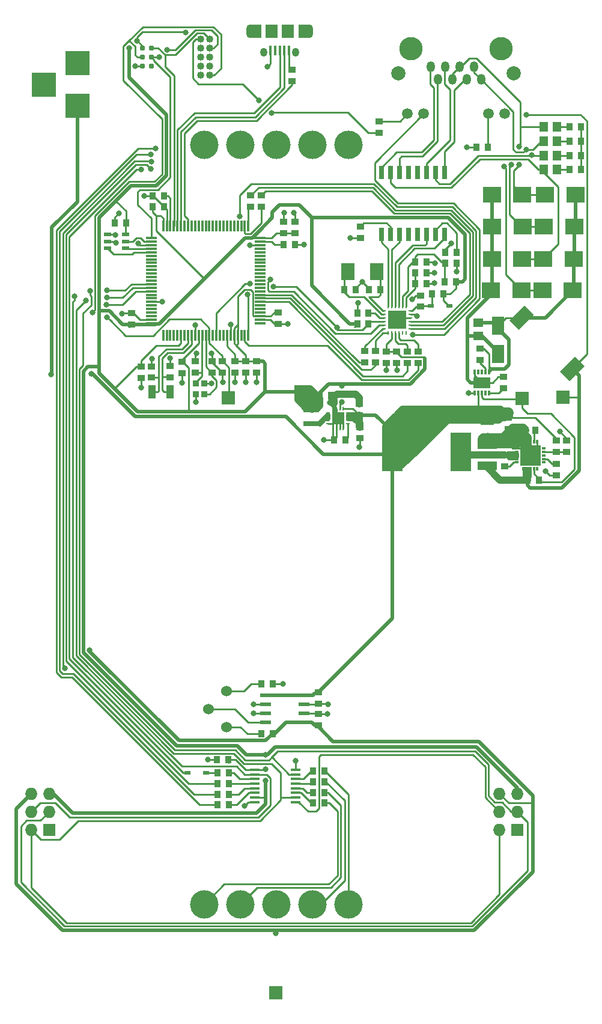
<source format=gtl>
G04 #@! TF.GenerationSoftware,KiCad,Pcbnew,no-vcs-found-40f60c9~58~ubuntu16.04.1*
G04 #@! TF.CreationDate,2017-03-31T16:30:05+01:00*
G04 #@! TF.ProjectId,bigtime,62696774696D652E6B696361645F7063,rev?*
G04 #@! TF.FileFunction,Copper,L1,Top,Signal*
G04 #@! TF.FilePolarity,Positive*
%FSLAX46Y46*%
G04 Gerber Fmt 4.6, Leading zero omitted, Abs format (unit mm)*
G04 Created by KiCad (PCBNEW no-vcs-found-40f60c9~58~ubuntu16.04.1) date Fri Mar 31 16:30:05 2017*
%MOMM*%
%LPD*%
G01*
G04 APERTURE LIST*
%ADD10C,0.100000*%
%ADD11R,1.900000X1.900000*%
%ADD12R,1.000000X0.950000*%
%ADD13R,0.950000X1.000000*%
%ADD14R,2.500000X2.300000*%
%ADD15C,0.787000*%
%ADD16R,0.600000X0.250000*%
%ADD17R,0.250000X0.600000*%
%ADD18C,0.300000*%
%ADD19R,1.700000X1.700000*%
%ADD20R,0.300000X1.500000*%
%ADD21R,1.500000X0.300000*%
%ADD22C,2.000000*%
%ADD23C,1.500000*%
%ADD24O,1.200000X1.500000*%
%ADD25C,3.300000*%
%ADD26R,0.900000X0.500000*%
%ADD27R,1.550000X0.600000*%
%ADD28C,1.524000*%
%ADD29R,3.500000X3.500000*%
%ADD30R,0.400000X1.350000*%
%ADD31O,1.000000X1.250000*%
%ADD32R,1.800000X1.900000*%
%ADD33R,1.575000X1.900000*%
%ADD34O,1.000000X1.900000*%
%ADD35R,1.100000X1.900000*%
%ADD36C,4.000000*%
%ADD37R,1.727200X1.727200*%
%ADD38O,1.727200X1.727200*%
%ADD39R,1.150000X1.450000*%
%ADD40R,1.450000X1.150000*%
%ADD41R,2.700000X1.150000*%
%ADD42R,0.640000X1.910000*%
%ADD43R,0.300000X0.700000*%
%ADD44R,2.350000X1.580000*%
%ADD45R,1.700000X2.500000*%
%ADD46C,1.016000*%
%ADD47R,0.300000X0.600000*%
%ADD48R,0.600000X0.300000*%
%ADD49C,0.500000*%
%ADD50R,2.850000X2.850000*%
%ADD51R,0.230000X0.480000*%
%ADD52R,0.480000X0.230000*%
%ADD53R,2.600000X2.600000*%
%ADD54R,1.100000X0.600000*%
%ADD55R,0.850000X0.950000*%
%ADD56R,1.900000X2.400000*%
%ADD57C,1.850000*%
%ADD58R,2.900000X5.400000*%
%ADD59R,1.350000X0.450000*%
%ADD60R,2.200000X0.800000*%
%ADD61C,0.800000*%
%ADD62C,0.250000*%
%ADD63C,0.500000*%
%ADD64C,1.500000*%
%ADD65C,1.000000*%
%ADD66C,0.400000*%
%ADD67C,0.750000*%
G04 APERTURE END LIST*
D10*
D11*
X169940000Y-155990000D03*
X210370000Y-72070000D03*
D12*
X171060000Y-47370000D03*
X171060000Y-48970000D03*
X172610000Y-48940000D03*
X172610000Y-47340000D03*
D13*
X172630000Y-50590000D03*
X171030000Y-50590000D03*
D14*
X211998700Y-48000000D03*
X207698700Y-48000000D03*
D13*
X147240000Y-47490000D03*
X148840000Y-47490000D03*
D15*
X151131000Y-22890000D03*
X152401000Y-22890000D03*
X151131000Y-24160000D03*
X152401000Y-24160000D03*
X151131000Y-25430000D03*
X152401000Y-25430000D03*
D13*
X177760000Y-71810000D03*
X176160000Y-71810000D03*
X195410000Y-53160000D03*
X193810000Y-53160000D03*
D12*
X202710000Y-74950000D03*
X202710000Y-76550000D03*
X187000000Y-65600000D03*
X187000000Y-67200000D03*
D16*
X177310000Y-74310000D03*
X177310000Y-74810000D03*
X177310000Y-75310000D03*
X177310000Y-75810000D03*
D17*
X177960000Y-76460000D03*
X178460000Y-76460000D03*
X178960000Y-76460000D03*
X179460000Y-76460000D03*
D16*
X180110000Y-75810000D03*
X180110000Y-75310000D03*
X180110000Y-74810000D03*
X180110000Y-74310000D03*
D17*
X179460000Y-73660000D03*
X178960000Y-73660000D03*
X178460000Y-73660000D03*
X177960000Y-73660000D03*
D18*
X178110000Y-74460000D03*
X178110000Y-75660000D03*
X179310000Y-74460000D03*
X179310000Y-75660000D03*
D19*
X178710000Y-75060000D03*
D20*
X154080000Y-63340000D03*
X154580000Y-63340000D03*
X155080000Y-63340000D03*
X155580000Y-63340000D03*
X156080000Y-63340000D03*
X156580000Y-63340000D03*
X157080000Y-63340000D03*
X157580000Y-63340000D03*
X158080000Y-63340000D03*
X158580000Y-63340000D03*
X159080000Y-63340000D03*
X159580000Y-63340000D03*
X160080000Y-63340000D03*
X160580000Y-63340000D03*
X161080000Y-63340000D03*
X161580000Y-63340000D03*
X162080000Y-63340000D03*
X162580000Y-63340000D03*
X163080000Y-63340000D03*
X163580000Y-63340000D03*
X164080000Y-63340000D03*
X164580000Y-63340000D03*
X165080000Y-63340000D03*
X165580000Y-63340000D03*
X166080000Y-63340000D03*
D21*
X167780000Y-61640000D03*
X167780000Y-61140000D03*
X167780000Y-60640000D03*
X167780000Y-60140000D03*
X167780000Y-59640000D03*
X167780000Y-59140000D03*
X167780000Y-58640000D03*
X167780000Y-58140000D03*
X167780000Y-57640000D03*
X167780000Y-57140000D03*
X167780000Y-56640000D03*
X167780000Y-56140000D03*
X167780000Y-55640000D03*
X167780000Y-55140000D03*
X167780000Y-54640000D03*
X167780000Y-54140000D03*
X167780000Y-53640000D03*
X167780000Y-53140000D03*
X167780000Y-52640000D03*
X167780000Y-52140000D03*
X167780000Y-51640000D03*
X167780000Y-51140000D03*
X167780000Y-50640000D03*
X167780000Y-50140000D03*
X167780000Y-49640000D03*
D20*
X166080000Y-47940000D03*
X165580000Y-47940000D03*
X165080000Y-47940000D03*
X164580000Y-47940000D03*
X164080000Y-47940000D03*
X163580000Y-47940000D03*
X163080000Y-47940000D03*
X162580000Y-47940000D03*
X162080000Y-47940000D03*
X161580000Y-47940000D03*
X161080000Y-47940000D03*
X160580000Y-47940000D03*
X160080000Y-47940000D03*
X159580000Y-47940000D03*
X159080000Y-47940000D03*
X158580000Y-47940000D03*
X158080000Y-47940000D03*
X157580000Y-47940000D03*
X157080000Y-47940000D03*
X156580000Y-47940000D03*
X156080000Y-47940000D03*
X155580000Y-47940000D03*
X155080000Y-47940000D03*
X154580000Y-47940000D03*
X154080000Y-47940000D03*
D21*
X152380000Y-49640000D03*
X152380000Y-50140000D03*
X152380000Y-50640000D03*
X152380000Y-51140000D03*
X152380000Y-51640000D03*
X152380000Y-52140000D03*
X152380000Y-52640000D03*
X152380000Y-53140000D03*
X152380000Y-53640000D03*
X152380000Y-54140000D03*
X152380000Y-54640000D03*
X152380000Y-55140000D03*
X152380000Y-55640000D03*
X152380000Y-56140000D03*
X152380000Y-56640000D03*
X152380000Y-57140000D03*
X152380000Y-57640000D03*
X152380000Y-58140000D03*
X152380000Y-58640000D03*
X152380000Y-59140000D03*
X152380000Y-59640000D03*
X152380000Y-60140000D03*
X152380000Y-60640000D03*
X152380000Y-61140000D03*
X152380000Y-61640000D03*
D13*
X191170000Y-53020000D03*
X189570000Y-53020000D03*
D12*
X181760000Y-76260000D03*
X181760000Y-77860000D03*
D22*
X203470000Y-26430000D03*
D23*
X188490000Y-32140000D03*
X190770000Y-32140000D03*
X199920000Y-32140000D03*
X202200000Y-32140000D03*
D24*
X198900000Y-27320000D03*
X196870000Y-27320000D03*
X194840000Y-27320000D03*
X192810000Y-27320000D03*
X195850000Y-25540000D03*
X193820000Y-25540000D03*
X197890000Y-25540000D03*
X191790000Y-25540000D03*
D25*
X189000000Y-23000000D03*
X201700000Y-23000000D03*
D22*
X187220000Y-26430000D03*
D12*
X166390000Y-45240000D03*
X166390000Y-43640000D03*
X167890000Y-43640000D03*
X167890000Y-45240000D03*
D26*
X157480000Y-124980000D03*
X160080000Y-124980000D03*
D27*
X173880000Y-117885000D03*
X173880000Y-116615000D03*
X173880000Y-115345000D03*
X173880000Y-114075000D03*
X168480000Y-114075000D03*
X168480000Y-115345000D03*
X168480000Y-116615000D03*
X168480000Y-117885000D03*
D28*
X162970000Y-118520000D03*
X160430000Y-115980000D03*
X162970000Y-113440000D03*
D13*
X169480000Y-119480000D03*
X167880000Y-119480000D03*
X167880000Y-112480000D03*
X169480000Y-112480000D03*
D12*
X175930000Y-113680000D03*
X175930000Y-115280000D03*
X175930000Y-118280000D03*
X175930000Y-116680000D03*
D29*
X137300000Y-28000000D03*
X142000000Y-25000000D03*
X142000000Y-31000000D03*
D11*
X163210000Y-72160000D03*
X173460000Y-71310000D03*
X199710000Y-75000000D03*
X204640000Y-72240000D03*
D12*
X172250000Y-27550000D03*
X172250000Y-25950000D03*
X152450000Y-67710000D03*
X152450000Y-69310000D03*
X155040000Y-69290000D03*
X155040000Y-67690000D03*
D30*
X170500000Y-23175000D03*
X169850000Y-23175000D03*
X171150000Y-23175000D03*
X171800000Y-23175000D03*
X169200000Y-23175000D03*
D31*
X168275000Y-23500000D03*
X172725000Y-23500000D03*
D32*
X169350000Y-20500000D03*
X171650000Y-20500000D03*
D33*
X167112500Y-20500000D03*
D34*
X166325000Y-20500000D03*
D33*
X173887500Y-20500000D03*
D34*
X174675000Y-20500000D03*
D35*
X152510000Y-71310000D03*
X155010000Y-71310000D03*
D36*
X159840000Y-143500000D03*
X164920000Y-143500000D03*
X170000000Y-143500000D03*
X175080000Y-143500000D03*
X180160000Y-143500000D03*
X180160000Y-36500000D03*
X175080000Y-36500000D03*
X170000000Y-36500000D03*
X164920000Y-36500000D03*
X159840000Y-36500000D03*
D37*
X138000000Y-133000000D03*
D38*
X135460000Y-133000000D03*
X138000000Y-130460000D03*
X135460000Y-130460000D03*
X138000000Y-127920000D03*
X135460000Y-127920000D03*
X201460000Y-127920000D03*
X204000000Y-127920000D03*
X201460000Y-130460000D03*
X204000000Y-130460000D03*
X201460000Y-133000000D03*
D37*
X204000000Y-133000000D03*
D13*
X212930000Y-38000000D03*
X211330000Y-38000000D03*
X211330000Y-34000000D03*
X212930000Y-34000000D03*
X212930000Y-36000000D03*
X211330000Y-36000000D03*
X193530000Y-57540000D03*
X191930000Y-57540000D03*
X198230000Y-36810000D03*
X199830000Y-36810000D03*
X183020000Y-60230000D03*
X181420000Y-60230000D03*
X183020000Y-61730000D03*
X181420000Y-61730000D03*
X176820000Y-124750000D03*
X175220000Y-124750000D03*
D12*
X182480000Y-65580000D03*
X182480000Y-67180000D03*
X183980000Y-67180000D03*
X183980000Y-65580000D03*
X184500000Y-33200000D03*
X184500000Y-34800000D03*
D13*
X152560000Y-43700000D03*
X154160000Y-43700000D03*
D12*
X190010000Y-67200000D03*
X190010000Y-65600000D03*
D13*
X212930000Y-40000000D03*
X211330000Y-40000000D03*
X163320000Y-125000000D03*
X161720000Y-125000000D03*
D12*
X210960000Y-79800000D03*
X210960000Y-78200000D03*
D13*
X163320000Y-126500000D03*
X161720000Y-126500000D03*
X161720000Y-128000000D03*
X163320000Y-128000000D03*
X163320000Y-129500000D03*
X161720000Y-129500000D03*
X176820000Y-126250000D03*
X175220000Y-126250000D03*
X175220000Y-127750000D03*
X176820000Y-127750000D03*
D12*
X209460000Y-78200000D03*
X209460000Y-79800000D03*
X202000000Y-69200000D03*
X202000000Y-70800000D03*
X198750000Y-66800000D03*
X198750000Y-65200000D03*
D13*
X207010000Y-83750000D03*
X205410000Y-83750000D03*
X176820000Y-129250000D03*
X175220000Y-129250000D03*
D12*
X188510000Y-65600000D03*
X188510000Y-67200000D03*
X165730000Y-68630000D03*
X165730000Y-67030000D03*
D13*
X195300000Y-55790000D03*
X193700000Y-55790000D03*
D12*
X167230000Y-67020000D03*
X167230000Y-68620000D03*
D13*
X204910000Y-76750000D03*
X206510000Y-76750000D03*
D12*
X209510000Y-81450000D03*
X209510000Y-83050000D03*
X202210000Y-80200000D03*
X202210000Y-81800000D03*
X150960000Y-67730000D03*
X150960000Y-69330000D03*
D13*
X183050000Y-56900000D03*
X184650000Y-56900000D03*
X179600000Y-56900000D03*
X181200000Y-56900000D03*
D12*
X190330000Y-57720000D03*
X190330000Y-59320000D03*
X164220000Y-67030000D03*
X164220000Y-68630000D03*
X181850000Y-47990000D03*
X181850000Y-49590000D03*
D13*
X191160000Y-56030000D03*
X189560000Y-56030000D03*
D12*
X185500000Y-65600000D03*
X185500000Y-67200000D03*
D13*
X195410000Y-51660000D03*
X193810000Y-51660000D03*
D12*
X158580000Y-67030000D03*
X158580000Y-68630000D03*
X162430000Y-67020000D03*
X162430000Y-68620000D03*
D13*
X189560000Y-54530000D03*
X191160000Y-54530000D03*
X152560000Y-45210000D03*
X154160000Y-45210000D03*
D12*
X170290000Y-61710000D03*
X170290000Y-60110000D03*
X149580000Y-61820000D03*
X149580000Y-60220000D03*
X156730000Y-68670000D03*
X156730000Y-67070000D03*
X160930000Y-68620000D03*
X160930000Y-67020000D03*
D39*
X209530000Y-40000000D03*
X207730000Y-40000000D03*
X207730000Y-38000000D03*
X209530000Y-38000000D03*
X209530000Y-34000000D03*
X207730000Y-34000000D03*
X207730000Y-36000000D03*
X209530000Y-36000000D03*
D40*
X198500000Y-61600000D03*
X198500000Y-63400000D03*
D41*
X199710000Y-78750000D03*
X199710000Y-81750000D03*
D42*
X193695000Y-40365000D03*
X192425000Y-40365000D03*
X191155000Y-40365000D03*
X189885000Y-40365000D03*
X188615000Y-40365000D03*
X187345000Y-40365000D03*
X186075000Y-40365000D03*
X184805000Y-40365000D03*
X184805000Y-49135000D03*
X186075000Y-49135000D03*
X187345000Y-49135000D03*
X188615000Y-49135000D03*
X189885000Y-49135000D03*
X191155000Y-49135000D03*
X192425000Y-49135000D03*
X193695000Y-49135000D03*
D43*
X200000000Y-68525000D03*
X199500000Y-68525000D03*
X199000000Y-68525000D03*
X198500000Y-68525000D03*
X198000000Y-68525000D03*
X198000000Y-71475000D03*
X198500000Y-71475000D03*
X199000000Y-71475000D03*
X199500000Y-71475000D03*
X200000000Y-71475000D03*
D44*
X199000000Y-70000000D03*
D14*
X207502716Y-57000000D03*
X211802716Y-57000000D03*
X204683372Y-43513756D03*
X200383372Y-43513756D03*
X200448700Y-48000000D03*
X204748700Y-48000000D03*
X204552716Y-57000000D03*
X200252716Y-57000000D03*
X207850000Y-43513756D03*
X212150000Y-43513756D03*
X207633372Y-52609644D03*
X211933372Y-52609644D03*
X204683372Y-52609644D03*
X200383372Y-52609644D03*
D45*
X201250000Y-62000000D03*
X201250000Y-66000000D03*
D46*
X159365000Y-21645000D03*
X160635000Y-21645000D03*
X159365000Y-22915000D03*
X160635000Y-22915000D03*
X159365000Y-24185000D03*
X160635000Y-24185000D03*
X159365000Y-25455000D03*
X160635000Y-25455000D03*
X159365000Y-26725000D03*
X160635000Y-26725000D03*
D47*
X204810000Y-82175000D03*
X205310000Y-82175000D03*
X205810000Y-82175000D03*
X206310000Y-82175000D03*
X206810000Y-82175000D03*
D48*
X207735000Y-81250000D03*
X207735000Y-80750000D03*
X207735000Y-80250000D03*
X207735000Y-79750000D03*
X207735000Y-79250000D03*
D47*
X206810000Y-78325000D03*
X206310000Y-78325000D03*
X205810000Y-78325000D03*
X205310000Y-78325000D03*
X204810000Y-78325000D03*
D48*
X203885000Y-79250000D03*
X203885000Y-79750000D03*
X203885000Y-80250000D03*
X203885000Y-80750000D03*
X203885000Y-81250000D03*
D49*
X204660000Y-81400000D03*
X205810000Y-81400000D03*
X206960000Y-81400000D03*
X204660000Y-80250000D03*
X205810000Y-80250000D03*
X206960000Y-80250000D03*
X204660000Y-79100000D03*
X205810000Y-79100000D03*
X206960000Y-79100000D03*
D50*
X205810000Y-80250000D03*
D51*
X188290000Y-59290000D03*
X187790000Y-59290000D03*
X187290000Y-59290000D03*
X186790000Y-59290000D03*
X186290000Y-59290000D03*
X185790000Y-59290000D03*
D52*
X185180000Y-59900000D03*
X185180000Y-60400000D03*
X185180000Y-60900000D03*
X185180000Y-61400000D03*
X185180000Y-61900000D03*
X185180000Y-62400000D03*
D51*
X185790000Y-63010000D03*
X186290000Y-63010000D03*
X186790000Y-63010000D03*
X187290000Y-63010000D03*
X187790000Y-63010000D03*
X188290000Y-63010000D03*
D52*
X188900000Y-62400000D03*
X188900000Y-61900000D03*
X188900000Y-61400000D03*
X188900000Y-60900000D03*
X188900000Y-60400000D03*
X188900000Y-59900000D03*
D49*
X187640000Y-60550000D03*
X186440000Y-60550000D03*
X187640000Y-61750000D03*
X186440000Y-61750000D03*
D53*
X187040000Y-61150000D03*
D26*
X194400000Y-59230000D03*
X191800000Y-59230000D03*
D54*
X146200000Y-49150000D03*
X146200000Y-50100000D03*
X146200000Y-51050000D03*
X148800000Y-51050000D03*
X148800000Y-50100000D03*
X148800000Y-49150000D03*
D55*
X158705000Y-70155000D03*
X158705000Y-71605000D03*
X159855000Y-71605000D03*
X159855000Y-70155000D03*
D56*
X180100000Y-54400000D03*
X184200000Y-54400000D03*
D57*
X211730000Y-68040000D03*
D10*
G36*
X210015266Y-68446586D02*
X212136586Y-66325266D01*
X213444734Y-67633414D01*
X211323414Y-69754734D01*
X210015266Y-68446586D01*
X210015266Y-68446586D01*
G37*
D57*
X204550000Y-60860000D03*
D10*
G36*
X202835266Y-61266586D02*
X204956586Y-59145266D01*
X206264734Y-60453414D01*
X204143414Y-62574734D01*
X202835266Y-61266586D01*
X202835266Y-61266586D01*
G37*
D58*
X186360000Y-79750000D03*
X196060000Y-79750000D03*
D13*
X179760000Y-78060000D03*
X178160000Y-78060000D03*
D12*
X181710000Y-73010000D03*
X181710000Y-74610000D03*
D13*
X161680000Y-123160000D03*
X163280000Y-123160000D03*
D59*
X166975000Y-124555000D03*
X166975000Y-125205000D03*
X166975000Y-125855000D03*
X166975000Y-126505000D03*
X166975000Y-127155000D03*
X166975000Y-127805000D03*
X166975000Y-128455000D03*
X166975000Y-129105000D03*
X172725000Y-129105000D03*
X172725000Y-128455000D03*
X172725000Y-127805000D03*
X172725000Y-127155000D03*
X172725000Y-126505000D03*
X172725000Y-125855000D03*
X172725000Y-125205000D03*
X172725000Y-124555000D03*
D60*
X174960000Y-73810000D03*
X174960000Y-75810000D03*
D61*
X143910000Y-68760000D03*
X138280000Y-68820000D03*
X157220000Y-20650000D03*
X168500000Y-122450000D03*
X168540000Y-124460000D03*
X168480000Y-126110000D03*
X179250000Y-70460000D03*
X179220000Y-72750000D03*
X149280000Y-22880000D03*
X169370000Y-32010000D03*
X167610000Y-30240000D03*
X150410000Y-21850000D03*
X146022719Y-59010165D03*
X141580000Y-57830000D03*
X192410000Y-53170000D03*
X192290000Y-54540000D03*
X166800000Y-116620000D03*
X166800000Y-115340000D03*
X177240000Y-116710000D03*
X177270000Y-115310000D03*
X163577340Y-61797340D03*
X160340000Y-123150000D03*
X173900000Y-50600000D03*
X172500000Y-46100000D03*
X171100000Y-46100000D03*
X147820000Y-46200000D03*
X197160000Y-71480000D03*
X209960000Y-76870000D03*
X171640000Y-61750000D03*
X167240000Y-69970000D03*
X165730000Y-69930000D03*
X164210000Y-69930000D03*
X162470000Y-69920000D03*
X160900000Y-65920000D03*
X148300000Y-60290000D03*
X151370000Y-43740000D03*
X147420000Y-50350000D03*
X158560000Y-61880000D03*
X181560000Y-58780000D03*
X196840000Y-36830000D03*
X187010000Y-68270000D03*
X181190000Y-71650000D03*
X177540000Y-72820000D03*
X195430000Y-54350000D03*
X199800000Y-77480000D03*
X202340000Y-78750000D03*
X201350000Y-78160000D03*
X203450000Y-78490000D03*
X204080000Y-77860000D03*
X172740000Y-123280000D03*
X165540000Y-129640000D03*
X153980000Y-58640000D03*
X158770000Y-65870000D03*
X189130000Y-58300000D03*
X180420000Y-49600000D03*
X194670000Y-50420000D03*
X150130000Y-25400000D03*
X182100000Y-55770000D03*
X192280000Y-56020000D03*
X185540000Y-68260000D03*
X152480000Y-66610000D03*
X155080000Y-66560000D03*
X156760000Y-70060000D03*
X158710000Y-72780000D03*
X160840000Y-70160000D03*
X150950000Y-70700000D03*
X168750000Y-25500000D03*
X170930000Y-112480000D03*
X181710000Y-79060000D03*
X176710000Y-78060000D03*
X207960000Y-82500000D03*
X146112317Y-58014175D03*
X143190000Y-58440000D03*
X143749979Y-57116782D03*
X146110000Y-57000000D03*
X143700000Y-107680000D03*
X152423018Y-38882307D03*
X140207340Y-110272660D03*
X169980000Y-147570000D03*
X151008187Y-39998145D03*
X146135398Y-60767495D03*
X144110000Y-60110000D03*
X154650000Y-23090000D03*
X153540000Y-24160000D03*
X147350000Y-49180000D03*
X150560000Y-50390000D03*
X165949888Y-57600008D03*
X169636672Y-56464980D03*
X178610000Y-62270000D03*
X166260000Y-56100000D03*
X169170000Y-55500000D03*
X166300000Y-50630000D03*
X164850000Y-46550000D03*
X189260000Y-63230000D03*
X189870000Y-60630000D03*
X205210000Y-37180000D03*
X203140000Y-39300000D03*
X204260000Y-39260000D03*
X204250000Y-36720000D03*
X205980000Y-37930000D03*
X202150000Y-39590000D03*
X205230000Y-32240000D03*
X152302169Y-39874990D03*
X152320943Y-37887518D03*
X152980000Y-37020000D03*
D62*
X172725000Y-126505000D02*
X174965000Y-126505000D01*
X174965000Y-126505000D02*
X175220000Y-126250000D01*
X173715000Y-127155000D02*
X174310000Y-127750000D01*
X174310000Y-127750000D02*
X175220000Y-127750000D01*
X172725000Y-127155000D02*
X173715000Y-127155000D01*
D63*
X142000000Y-44510000D02*
X142000000Y-31000000D01*
X150130000Y-74810000D02*
X144080000Y-68760000D01*
X144080000Y-68760000D02*
X143910000Y-68760000D01*
X171350000Y-74810000D02*
X150130000Y-74810000D01*
X176670000Y-80130000D02*
X171350000Y-74810000D01*
X185980000Y-80130000D02*
X176670000Y-80130000D01*
X186360000Y-79750000D02*
X185980000Y-80130000D01*
X138380000Y-48130000D02*
X138380000Y-68720000D01*
X138380000Y-68720000D02*
X138280000Y-68820000D01*
X142000000Y-44510000D02*
X138380000Y-48130000D01*
X175905000Y-113680000D02*
X175930000Y-113680000D01*
X175930000Y-113680000D02*
X186360000Y-103250000D01*
X186360000Y-103250000D02*
X186360000Y-79750000D01*
D62*
X198500000Y-71475000D02*
X198500000Y-73930000D01*
X198500000Y-73930000D02*
X198620000Y-74050000D01*
D63*
X175400000Y-113830000D02*
X175780000Y-113830000D01*
X175780000Y-113830000D02*
X175930000Y-113680000D01*
X173880000Y-114075000D02*
X175155000Y-114075000D01*
X175155000Y-114075000D02*
X175400000Y-113830000D01*
X175930000Y-113680000D02*
X175930000Y-113650000D01*
X186360000Y-79750000D02*
X186360000Y-81000000D01*
X168480000Y-114075000D02*
X169755000Y-114075000D01*
X169755000Y-114075000D02*
X173880000Y-114075000D01*
X175970000Y-113640000D02*
X175930000Y-113680000D01*
X181710000Y-74610000D02*
X184020000Y-74610000D01*
X184020000Y-74610000D02*
X185660000Y-76250000D01*
D64*
X187930000Y-74050000D02*
X198300000Y-74050000D01*
X198300000Y-74050000D02*
X198620000Y-74050000D01*
X198620000Y-74050000D02*
X201530000Y-74050000D01*
D62*
X209460000Y-77870000D02*
X206540000Y-74950000D01*
X203310000Y-74950000D02*
X202710000Y-74950000D01*
X206540000Y-74950000D02*
X203310000Y-74950000D01*
X203310000Y-74950000D02*
X203310000Y-74850000D01*
X203310000Y-74850000D02*
X202710000Y-74250000D01*
X209460000Y-78200000D02*
X209460000Y-77870000D01*
X202200000Y-75280000D02*
X201550000Y-75280000D01*
X201550000Y-75280000D02*
X201270000Y-75000000D01*
X202530000Y-74950000D02*
X202200000Y-75280000D01*
X202710000Y-74950000D02*
X202530000Y-74950000D01*
X202800000Y-74250000D02*
X202710000Y-74250000D01*
X202710000Y-74950000D02*
X202710000Y-74340000D01*
X202710000Y-74340000D02*
X202800000Y-74250000D01*
X179930000Y-75150000D02*
X179950000Y-75150000D01*
X179950000Y-75150000D02*
X180110000Y-75310000D01*
X179930000Y-74450000D02*
X179930000Y-75150000D01*
X180070000Y-74310000D02*
X179930000Y-74450000D01*
X180110000Y-74310000D02*
X180070000Y-74310000D01*
X181060000Y-75260000D02*
X181170000Y-75150000D01*
X181170000Y-75150000D02*
X181710000Y-74610000D01*
D65*
X181760000Y-76260000D02*
X181760000Y-75740000D01*
X181760000Y-75740000D02*
X181170000Y-75150000D01*
X181710000Y-74610000D02*
X181710000Y-76210000D01*
D66*
X180970000Y-75060000D02*
X180270000Y-75060000D01*
X181420000Y-74610000D02*
X180970000Y-75060000D01*
X181710000Y-74610000D02*
X181420000Y-74610000D01*
X181040000Y-74520000D02*
X180250000Y-74520000D01*
X181130000Y-74610000D02*
X181040000Y-74520000D01*
X181710000Y-74610000D02*
X181130000Y-74610000D01*
D64*
X202020000Y-74250000D02*
X201270000Y-75000000D01*
X201270000Y-75000000D02*
X199710000Y-75000000D01*
X202710000Y-74250000D02*
X202020000Y-74250000D01*
X186910000Y-75000000D02*
X186980000Y-75000000D01*
X186980000Y-75000000D02*
X187930000Y-74050000D01*
X201530000Y-74050000D02*
X201730000Y-74250000D01*
X201730000Y-74250000D02*
X202710000Y-74250000D01*
X189240000Y-79750000D02*
X187570000Y-81420000D01*
X186360000Y-79750000D02*
X186360000Y-80210000D01*
X186360000Y-80210000D02*
X187570000Y-81420000D01*
X189310000Y-79750000D02*
X189240000Y-79750000D01*
X187100000Y-76670000D02*
X187100000Y-79010000D01*
X187100000Y-79010000D02*
X186360000Y-79750000D01*
X188770000Y-75000000D02*
X187100000Y-76670000D01*
X189150000Y-75000000D02*
X186910000Y-75000000D01*
X191110000Y-75000000D02*
X189150000Y-75000000D01*
X189150000Y-75000000D02*
X188770000Y-75000000D01*
X188180000Y-77190000D02*
X188180000Y-77930000D01*
X188180000Y-77930000D02*
X186360000Y-79750000D01*
X190370000Y-75000000D02*
X188180000Y-77190000D01*
X194060000Y-75000000D02*
X191110000Y-75000000D01*
X191110000Y-75000000D02*
X190370000Y-75000000D01*
X188570000Y-78800000D02*
X187310000Y-78800000D01*
X187310000Y-78800000D02*
X186360000Y-79750000D01*
X192370000Y-75000000D02*
X188570000Y-78800000D01*
X194060000Y-75000000D02*
X192370000Y-75000000D01*
X186910000Y-75000000D02*
X185660000Y-76250000D01*
X185660000Y-76250000D02*
X185660000Y-79050000D01*
X185660000Y-79050000D02*
X186360000Y-79750000D01*
X186360000Y-79750000D02*
X189310000Y-79750000D01*
X189310000Y-79750000D02*
X194060000Y-75000000D01*
X194060000Y-75000000D02*
X197260000Y-75000000D01*
X197260000Y-75000000D02*
X199710000Y-75000000D01*
D62*
X180810000Y-73660000D02*
X180210000Y-73660000D01*
X180210000Y-73660000D02*
X179460000Y-73660000D01*
X180110000Y-75310000D02*
X180110000Y-74310000D01*
X180810000Y-75310000D02*
X181060000Y-75560000D01*
X181060000Y-75560000D02*
X181060000Y-75260000D01*
X181710000Y-76210000D02*
X181760000Y-76260000D01*
X180110000Y-75310000D02*
X180810000Y-75310000D01*
X180110000Y-74810000D02*
X181510000Y-74810000D01*
X181510000Y-74810000D02*
X181710000Y-74610000D01*
X180110000Y-74310000D02*
X181410000Y-74310000D01*
X181410000Y-74310000D02*
X181710000Y-74610000D01*
X181760000Y-74660000D02*
X181710000Y-74610000D01*
X181710000Y-74560000D02*
X180810000Y-73660000D01*
X181710000Y-74610000D02*
X181710000Y-74560000D01*
X200460000Y-74250000D02*
X199710000Y-75000000D01*
X163320000Y-125000000D02*
X164045000Y-125000000D01*
X164045000Y-125000000D02*
X164900000Y-125855000D01*
X164900000Y-125855000D02*
X166050000Y-125855000D01*
X166050000Y-125855000D02*
X166975000Y-125855000D01*
X163320000Y-126500000D02*
X166970000Y-126500000D01*
X166970000Y-126500000D02*
X166975000Y-126505000D01*
X172725000Y-125855000D02*
X173795000Y-125855000D01*
X173795000Y-125855000D02*
X174900000Y-124750000D01*
X174900000Y-124750000D02*
X175220000Y-124750000D01*
X166975000Y-127155000D02*
X166970000Y-127160000D01*
X166970000Y-127160000D02*
X165540000Y-127160000D01*
X165540000Y-127160000D02*
X164700000Y-128000000D01*
X164700000Y-128000000D02*
X163320000Y-128000000D01*
X166975000Y-127805000D02*
X166139998Y-127805000D01*
X166139998Y-127805000D02*
X164444998Y-129500000D01*
X164444998Y-129500000D02*
X164045000Y-129500000D01*
X164045000Y-129500000D02*
X163320000Y-129500000D01*
X173505000Y-127805000D02*
X174950000Y-129250000D01*
X174950000Y-129250000D02*
X175220000Y-129250000D01*
X172725000Y-127805000D02*
X173505000Y-127805000D01*
D63*
X198220000Y-121310000D02*
X204000000Y-127090000D01*
X204000000Y-127090000D02*
X204000000Y-127920000D01*
X168480000Y-126110000D02*
X168480000Y-129380000D01*
X168480000Y-129380000D02*
X167240000Y-130620000D01*
X167240000Y-130620000D02*
X141300000Y-130620000D01*
X141300000Y-130620000D02*
X138600000Y-127920000D01*
X138600000Y-127920000D02*
X138000000Y-127920000D01*
X168500000Y-122450000D02*
X168730000Y-122450000D01*
X168730000Y-122450000D02*
X169870000Y-121310000D01*
X169870000Y-121310000D02*
X198220000Y-121310000D01*
X145050000Y-67760000D02*
X143470000Y-67760000D01*
X143470000Y-67760000D02*
X142840000Y-68390000D01*
X142840000Y-68390000D02*
X142840000Y-108040000D01*
X142840000Y-108040000D02*
X155990000Y-121190000D01*
X155990000Y-121190000D02*
X164540000Y-121190000D01*
X164540000Y-121190000D02*
X165800000Y-122450000D01*
X165800000Y-122450000D02*
X168500000Y-122450000D01*
X145050000Y-67530000D02*
X145050000Y-67760000D01*
X145050000Y-67760000D02*
X145050000Y-68650000D01*
X145050000Y-66550000D02*
X145050000Y-67530000D01*
D62*
X157220000Y-20650000D02*
X157180000Y-20610000D01*
X157180000Y-20610000D02*
X151170000Y-20610000D01*
X151170000Y-20610000D02*
X150410000Y-21370000D01*
X150410000Y-21370000D02*
X150410000Y-21850000D01*
D63*
X175000000Y-46730000D02*
X194220000Y-46730000D01*
X194220000Y-46730000D02*
X196650000Y-49160000D01*
X196650000Y-49160000D02*
X196650000Y-55415000D01*
X196650000Y-55415000D02*
X196275000Y-55790000D01*
X196275000Y-55790000D02*
X195300000Y-55790000D01*
D62*
X153710000Y-46490000D02*
X154080000Y-46860000D01*
X154080000Y-46860000D02*
X154080000Y-47940000D01*
X153090000Y-46490000D02*
X153710000Y-46490000D01*
D63*
X153490001Y-61740001D02*
X159780002Y-55450000D01*
X159780002Y-55450000D02*
X164000000Y-51230002D01*
D62*
X153090000Y-48650000D02*
X159780002Y-55340002D01*
X159780002Y-55340002D02*
X159780002Y-55450000D01*
X153090000Y-46490000D02*
X153090000Y-48650000D01*
X152560000Y-45210000D02*
X152560000Y-45960000D01*
X152560000Y-45960000D02*
X153090000Y-46490000D01*
X164580000Y-57820000D02*
X164580000Y-61780000D01*
X166704999Y-57234999D02*
X166345001Y-56875001D01*
X166345001Y-56875001D02*
X165524999Y-56875001D01*
X166704999Y-60564999D02*
X166704999Y-57234999D01*
X165524999Y-56875001D02*
X164580000Y-57820000D01*
X167780000Y-60640000D02*
X166780000Y-60640000D01*
X166780000Y-60640000D02*
X166704999Y-60564999D01*
X164580000Y-61780000D02*
X164580000Y-63340000D01*
X164080000Y-63340000D02*
X164080000Y-62340000D01*
X164580000Y-61840000D02*
X164580000Y-61780000D01*
X164080000Y-62340000D02*
X164580000Y-61840000D01*
D63*
X175000000Y-46730000D02*
X175000000Y-56350000D01*
X175000000Y-56350000D02*
X180380000Y-61730000D01*
X180380000Y-61730000D02*
X181420000Y-61730000D01*
X173280000Y-45010000D02*
X174620000Y-46350000D01*
X174620000Y-46350000D02*
X175000000Y-46730000D01*
D62*
X181420000Y-61730000D02*
X181030000Y-62120000D01*
X174710000Y-46440000D02*
X174620000Y-46350000D01*
D63*
X170450000Y-45010000D02*
X173280000Y-45010000D01*
X169470000Y-45990000D02*
X170450000Y-45010000D01*
X169470000Y-46770000D02*
X169470000Y-45990000D01*
X167640000Y-48600000D02*
X169470000Y-46770000D01*
X166630000Y-49610000D02*
X167640000Y-48600000D01*
X165620002Y-49610000D02*
X166630000Y-49610000D01*
X164000000Y-51230002D02*
X165620002Y-49610000D01*
D62*
X167780000Y-49640000D02*
X166780000Y-49640000D01*
D63*
X153119999Y-61740001D02*
X153490001Y-61740001D01*
X153040000Y-61820000D02*
X153119999Y-61740001D01*
X153119999Y-61740001D02*
X153349999Y-61740001D01*
X149580000Y-61820000D02*
X153040000Y-61820000D01*
X148390000Y-61820000D02*
X149580000Y-61820000D01*
X146484978Y-59914978D02*
X148390000Y-61820000D01*
D62*
X146530000Y-59960000D02*
X148390000Y-61820000D01*
X146430000Y-59860000D02*
X146530000Y-59960000D01*
D63*
X145055022Y-59914978D02*
X146484978Y-59914978D01*
X146484978Y-59914978D02*
X146530000Y-59960000D01*
D62*
X166975000Y-124555000D02*
X168445000Y-124555000D01*
X168445000Y-124555000D02*
X168540000Y-124460000D01*
X168380000Y-128440000D02*
X168380000Y-126210000D01*
X166975000Y-128455000D02*
X168365000Y-128455000D01*
X168365000Y-128455000D02*
X168380000Y-128440000D01*
X168380000Y-126210000D02*
X168480000Y-126110000D01*
D63*
X145050000Y-68650000D02*
X147090000Y-70690000D01*
X147090000Y-70690000D02*
X150500000Y-74100000D01*
D62*
X150960000Y-67730000D02*
X150270000Y-67730000D01*
X150270000Y-67730000D02*
X147310000Y-70690000D01*
X147310000Y-70690000D02*
X147090000Y-70690000D01*
D63*
X150500000Y-74100000D02*
X152940000Y-74100000D01*
X152940000Y-74100000D02*
X157690000Y-74100000D01*
D62*
X187660000Y-66400000D02*
X190830000Y-66400000D01*
D63*
X149569979Y-42260021D02*
X147450000Y-44380000D01*
X147450000Y-44380000D02*
X145050000Y-46780000D01*
D62*
X148840000Y-47490000D02*
X148840000Y-45840000D01*
X148840000Y-45840000D02*
X147450000Y-44450000D01*
X147450000Y-44450000D02*
X147450000Y-44380000D01*
D63*
X149280000Y-22880000D02*
X149280000Y-27060000D01*
X149280000Y-27060000D02*
X154490000Y-32270000D01*
X154490000Y-32270000D02*
X154490000Y-40846376D01*
X154490000Y-40846376D02*
X153076355Y-42260021D01*
X153076355Y-42260021D02*
X149569979Y-42260021D01*
X145050000Y-46780000D02*
X145050000Y-55710000D01*
D62*
X145120000Y-55780000D02*
X145050000Y-55710000D01*
X164300000Y-123160000D02*
X165695000Y-124555000D01*
X165695000Y-124555000D02*
X166975000Y-124555000D01*
X163280000Y-123160000D02*
X164300000Y-123160000D01*
D63*
X145050000Y-55710000D02*
X145050000Y-57532889D01*
D62*
X163330000Y-123440000D02*
X163330000Y-123210000D01*
X195300000Y-55790000D02*
X195510000Y-55790000D01*
X190830000Y-66400000D02*
X190980000Y-66550000D01*
X187000000Y-65740000D02*
X187660000Y-66400000D01*
X187000000Y-65600000D02*
X187000000Y-65740000D01*
D63*
X177420000Y-70190000D02*
X178920000Y-70190000D01*
X178920000Y-70190000D02*
X188910000Y-70190000D01*
D62*
X179190000Y-70460000D02*
X178920000Y-70190000D01*
X179250000Y-70460000D02*
X179190000Y-70460000D01*
X178960000Y-73660000D02*
X178960000Y-73010000D01*
X178960000Y-73010000D02*
X179220000Y-72750000D01*
D63*
X190980000Y-68120000D02*
X190980000Y-66550000D01*
X188910000Y-70190000D02*
X190980000Y-68120000D01*
X176160000Y-71450000D02*
X177420000Y-70190000D01*
X176160000Y-71810000D02*
X176160000Y-71450000D01*
D62*
X171060000Y-48970000D02*
X172580000Y-48970000D01*
X172580000Y-48970000D02*
X172610000Y-48940000D01*
X169360000Y-49640000D02*
X170030000Y-48970000D01*
X170030000Y-48970000D02*
X171060000Y-48970000D01*
X167780000Y-49640000D02*
X169360000Y-49640000D01*
D63*
X163330000Y-123415000D02*
X163330000Y-123440000D01*
X145055022Y-59914978D02*
X145050000Y-59920000D01*
X145055022Y-57537911D02*
X145055022Y-59914978D01*
X145050000Y-57532889D02*
X145055022Y-57537911D01*
X145050000Y-59920000D02*
X145050000Y-66550000D01*
D62*
X145110000Y-59860000D02*
X145050000Y-59920000D01*
X146430000Y-59860000D02*
X145110000Y-59860000D01*
D63*
X168450000Y-67320000D02*
X168150000Y-67020000D01*
X168150000Y-67020000D02*
X167230000Y-67020000D01*
X168450000Y-71310000D02*
X168450000Y-67320000D01*
X165660000Y-74100000D02*
X157690000Y-74100000D01*
D62*
X156730000Y-67070000D02*
X156790000Y-67070000D01*
X156790000Y-67070000D02*
X157670000Y-67950000D01*
X157670000Y-67950000D02*
X157670000Y-74080000D01*
X157670000Y-74080000D02*
X157690000Y-74100000D01*
D63*
X168450000Y-71310000D02*
X165660000Y-74100000D01*
X173460000Y-71310000D02*
X168450000Y-71310000D01*
D62*
X169200000Y-60640000D02*
X169730000Y-60110000D01*
X169730000Y-60110000D02*
X170290000Y-60110000D01*
X167780000Y-60640000D02*
X169200000Y-60640000D01*
X181060000Y-61730000D02*
X181420000Y-61730000D01*
X164080000Y-64490000D02*
X164340000Y-64750000D01*
X164340000Y-64750000D02*
X165730000Y-66140000D01*
X164580000Y-63340000D02*
X164580000Y-64510000D01*
X164580000Y-64510000D02*
X164340000Y-64750000D01*
X164080000Y-63340000D02*
X164080000Y-64490000D01*
X165730000Y-66140000D02*
X165730000Y-67030000D01*
X165730000Y-67030000D02*
X164220000Y-67030000D01*
X167230000Y-67020000D02*
X165740000Y-67020000D01*
X165740000Y-67020000D02*
X165730000Y-67030000D01*
X164220000Y-66020000D02*
X163080000Y-64880000D01*
X163080000Y-64880000D02*
X163080000Y-63340000D01*
X164220000Y-67030000D02*
X164220000Y-66020000D01*
X149760000Y-61640000D02*
X149580000Y-61820000D01*
X149280000Y-62120000D02*
X149580000Y-61820000D01*
X152560000Y-45620000D02*
X152560000Y-45210000D01*
X148800000Y-49150000D02*
X148800000Y-47530000D01*
X148800000Y-47530000D02*
X148840000Y-47490000D01*
X169470000Y-31910000D02*
X180100000Y-31910000D01*
X169370000Y-32010000D02*
X169470000Y-31910000D01*
X180100000Y-31910000D02*
X182990000Y-34800000D01*
X182990000Y-34800000D02*
X184500000Y-34800000D01*
X167610000Y-30240000D02*
X167600000Y-30240000D01*
X165300000Y-27940000D02*
X159050000Y-27940000D01*
X167600000Y-30240000D02*
X165300000Y-27940000D01*
X158655000Y-21645000D02*
X159365000Y-21645000D01*
X159050000Y-27940000D02*
X158260000Y-27150000D01*
X158260000Y-22040000D02*
X158655000Y-21645000D01*
X158260000Y-27150000D02*
X158260000Y-22040000D01*
X150410000Y-21850000D02*
X150410000Y-21460000D01*
X151131000Y-22890000D02*
X151131000Y-22571000D01*
X151131000Y-22571000D02*
X150410000Y-21850000D01*
X186290000Y-63860000D02*
X185760000Y-64390000D01*
X185760000Y-64390000D02*
X185500000Y-64650000D01*
X185500000Y-65600000D02*
X187000000Y-65600000D01*
X176060000Y-71570000D02*
X176060000Y-71810000D01*
D67*
X174950000Y-72230000D02*
X174420000Y-71700000D01*
X174950000Y-72260000D02*
X174950000Y-72230000D01*
X174680000Y-72530000D02*
X174950000Y-72260000D01*
X174290000Y-72530000D02*
X174680000Y-72530000D01*
X173460000Y-71700000D02*
X174290000Y-72530000D01*
X173460000Y-71310000D02*
X173460000Y-71700000D01*
X175440000Y-71920000D02*
X174630000Y-71110000D01*
X175440000Y-72570000D02*
X175440000Y-71920000D01*
X174850000Y-73160000D02*
X175440000Y-72570000D01*
X174180000Y-73160000D02*
X174850000Y-73160000D01*
X174140000Y-73200000D02*
X174180000Y-73160000D01*
X173250000Y-72310000D02*
X174140000Y-73200000D01*
X173170000Y-72310000D02*
X173250000Y-72310000D01*
X173460000Y-72020000D02*
X173170000Y-72310000D01*
X173460000Y-71310000D02*
X173460000Y-72020000D01*
X175110000Y-73810000D02*
X176060000Y-72860000D01*
X176060000Y-72860000D02*
X176060000Y-71810000D01*
X174960000Y-73810000D02*
X175110000Y-73810000D01*
D63*
X176390000Y-73340000D02*
X176390000Y-72140000D01*
X176390000Y-72140000D02*
X176060000Y-71810000D01*
X175920000Y-73810000D02*
X176390000Y-73340000D01*
X174960000Y-73810000D02*
X175920000Y-73810000D01*
X174850000Y-70640000D02*
X174130000Y-70640000D01*
X174130000Y-70640000D02*
X173460000Y-71310000D01*
X176020000Y-71810000D02*
X174850000Y-70640000D01*
X176060000Y-71810000D02*
X176020000Y-71810000D01*
X176060000Y-71810000D02*
X176000000Y-71810000D01*
X172790000Y-72530000D02*
X172790000Y-71980000D01*
X172790000Y-71980000D02*
X173460000Y-71310000D01*
X174070000Y-73810000D02*
X172790000Y-72530000D01*
X174960000Y-73810000D02*
X174070000Y-73810000D01*
D62*
X173280000Y-71310000D02*
X173460000Y-71310000D01*
X194510000Y-57540000D02*
X195300000Y-56750000D01*
X195300000Y-56750000D02*
X195300000Y-55790000D01*
X193530000Y-57540000D02*
X194510000Y-57540000D01*
X194290000Y-59230000D02*
X193530000Y-58470000D01*
X193530000Y-58470000D02*
X193530000Y-57540000D01*
X194400000Y-59230000D02*
X194290000Y-59230000D01*
X154080000Y-47650000D02*
X154080000Y-47940000D01*
X185500000Y-65600000D02*
X185530000Y-65600000D01*
X185500000Y-64650000D02*
X185500000Y-65600000D01*
X186290000Y-63010000D02*
X186290000Y-63860000D01*
X156240000Y-64760000D02*
X156580000Y-64420000D01*
X156580000Y-64420000D02*
X156580000Y-63340000D01*
X153080000Y-64760000D02*
X156240000Y-64760000D01*
X150960000Y-66880000D02*
X153080000Y-64760000D01*
X150960000Y-67730000D02*
X150960000Y-66880000D01*
X159080000Y-64490000D02*
X156730000Y-66840000D01*
X156730000Y-66840000D02*
X156730000Y-67070000D01*
X159080000Y-63340000D02*
X159080000Y-64490000D01*
X177310000Y-75310000D02*
X176780000Y-75310000D01*
X176780000Y-75310000D02*
X176460000Y-75310000D01*
X176100000Y-76070000D02*
X176780000Y-75390000D01*
X176780000Y-75390000D02*
X176780000Y-75310000D01*
X175840000Y-75810000D02*
X176100000Y-76070000D01*
X174960000Y-75810000D02*
X175840000Y-75810000D01*
X177190000Y-75160000D02*
X176860000Y-75160000D01*
X176860000Y-75160000D02*
X176560000Y-75160000D01*
X174960000Y-75810000D02*
X176180000Y-75810000D01*
X176180000Y-75810000D02*
X176830000Y-75160000D01*
X176830000Y-75160000D02*
X176860000Y-75160000D01*
X176880000Y-74640000D02*
X176710000Y-74810000D01*
X177210000Y-74310000D02*
X176880000Y-74640000D01*
X176880000Y-74640000D02*
X177140000Y-74640000D01*
X177140000Y-74640000D02*
X177310000Y-74810000D01*
X177070000Y-75010000D02*
X176730000Y-75010000D01*
X177160000Y-74920000D02*
X177070000Y-75010000D01*
X177160000Y-74590000D02*
X177160000Y-74920000D01*
X177310000Y-74440000D02*
X177160000Y-74590000D01*
X177310000Y-74310000D02*
X177310000Y-74440000D01*
X177310000Y-75040000D02*
X177190000Y-75160000D01*
X177310000Y-74310000D02*
X177310000Y-75040000D01*
X177310000Y-74310000D02*
X177330000Y-74310000D01*
X177330000Y-74310000D02*
X177490000Y-74470000D01*
X177490000Y-74470000D02*
X177490000Y-75130000D01*
X177490000Y-75130000D02*
X177310000Y-75310000D01*
X176460000Y-75310000D02*
X175960000Y-75810000D01*
X175960000Y-75810000D02*
X174960000Y-75810000D01*
X176710000Y-74810000D02*
X175710000Y-75810000D01*
X176960000Y-74810000D02*
X176710000Y-74810000D01*
X177310000Y-74810000D02*
X176960000Y-74810000D01*
X175710000Y-75810000D02*
X174960000Y-75810000D01*
X177310000Y-74310000D02*
X177210000Y-74310000D01*
X166975000Y-125205000D02*
X168648004Y-125205000D01*
X138850000Y-129200000D02*
X136720000Y-129200000D01*
X168648004Y-125205000D02*
X169205002Y-125761998D01*
X167480000Y-131270000D02*
X140920000Y-131270000D01*
X169205002Y-125761998D02*
X169205002Y-129544998D01*
X169205002Y-129544998D02*
X167480000Y-131270000D01*
X140920000Y-131270000D02*
X138850000Y-129200000D01*
X136720000Y-129200000D02*
X135460000Y-130460000D01*
X150190000Y-57140000D02*
X148319835Y-59010165D01*
X148319835Y-59010165D02*
X146588404Y-59010165D01*
X146588404Y-59010165D02*
X146022719Y-59010165D01*
X152380000Y-57140000D02*
X150190000Y-57140000D01*
X141580000Y-58395685D02*
X141580000Y-57830000D01*
X141359967Y-108709967D02*
X141359967Y-58615718D01*
X141359967Y-58615718D02*
X141580000Y-58395685D01*
X156700000Y-124050000D02*
X141359967Y-108709967D01*
X165575000Y-125205000D02*
X164420000Y-124050000D01*
X166975000Y-125205000D02*
X165575000Y-125205000D01*
X164420000Y-124050000D02*
X156700000Y-124050000D01*
X152355001Y-57164999D02*
X152380000Y-57140000D01*
X192260000Y-53020000D02*
X192410000Y-53170000D01*
X191170000Y-53020000D02*
X192260000Y-53020000D01*
X191160000Y-54530000D02*
X192280000Y-54530000D01*
X192280000Y-54530000D02*
X192290000Y-54540000D01*
X168480000Y-116615000D02*
X166805000Y-116615000D01*
X166805000Y-116615000D02*
X166800000Y-116620000D01*
X168480000Y-115345000D02*
X166805000Y-115345000D01*
X166805000Y-115345000D02*
X166800000Y-115340000D01*
X175930000Y-116680000D02*
X177210000Y-116680000D01*
X177210000Y-116680000D02*
X177240000Y-116710000D01*
X175930000Y-115280000D02*
X177240000Y-115280000D01*
X177240000Y-115280000D02*
X177270000Y-115310000D01*
X163580000Y-63340000D02*
X163580000Y-61800000D01*
X163580000Y-61800000D02*
X163577340Y-61797340D01*
X161680000Y-123160000D02*
X160350000Y-123160000D01*
X160350000Y-123160000D02*
X160340000Y-123150000D01*
X172630000Y-50590000D02*
X173890000Y-50590000D01*
X173890000Y-50590000D02*
X173900000Y-50600000D01*
X172610000Y-47340000D02*
X172610000Y-46210000D01*
X172610000Y-46210000D02*
X172500000Y-46100000D01*
X171060000Y-47370000D02*
X171060000Y-46140000D01*
X171060000Y-46140000D02*
X171100000Y-46100000D01*
X147780000Y-46200000D02*
X147820000Y-46200000D01*
X147240000Y-47490000D02*
X147240000Y-46740000D01*
X147240000Y-46740000D02*
X147780000Y-46200000D01*
X197160000Y-71480000D02*
X197165000Y-71475000D01*
X197165000Y-71475000D02*
X198000000Y-71475000D01*
X210960000Y-78200000D02*
X210960000Y-77870000D01*
X210960000Y-77870000D02*
X209960000Y-76870000D01*
X170290000Y-61710000D02*
X171600000Y-61710000D01*
X171600000Y-61710000D02*
X171640000Y-61750000D01*
X169190000Y-61140000D02*
X169760000Y-61710000D01*
X169760000Y-61710000D02*
X170290000Y-61710000D01*
X167780000Y-61140000D02*
X169190000Y-61140000D01*
X167230000Y-68620000D02*
X167230000Y-69960000D01*
X167230000Y-69960000D02*
X167240000Y-69970000D01*
X165730000Y-68630000D02*
X165730000Y-69930000D01*
X164220000Y-68630000D02*
X164220000Y-69920000D01*
X164220000Y-69920000D02*
X164210000Y-69930000D01*
X162430000Y-68620000D02*
X162430000Y-69880000D01*
X162430000Y-69880000D02*
X162470000Y-69920000D01*
X164220000Y-68630000D02*
X164220000Y-68650000D01*
X160930000Y-67020000D02*
X160930000Y-65950000D01*
X160930000Y-65950000D02*
X160900000Y-65920000D01*
X160930000Y-67020000D02*
X160930000Y-67120000D01*
X160930000Y-67120000D02*
X162430000Y-68620000D01*
X149580000Y-60220000D02*
X148370000Y-60220000D01*
X148370000Y-60220000D02*
X148300000Y-60290000D01*
X150800000Y-61140000D02*
X149880000Y-60220000D01*
X149880000Y-60220000D02*
X149580000Y-60220000D01*
X152380000Y-61140000D02*
X150800000Y-61140000D01*
X152560000Y-43700000D02*
X151410000Y-43700000D01*
X151410000Y-43700000D02*
X151370000Y-43740000D01*
X152560000Y-43700000D02*
X152650000Y-43700000D01*
X152650000Y-43700000D02*
X154160000Y-45210000D01*
X154580000Y-47940000D02*
X154580000Y-45630000D01*
X154580000Y-45630000D02*
X154160000Y-45210000D01*
X146200000Y-50100000D02*
X147170000Y-50100000D01*
X147170000Y-50100000D02*
X147420000Y-50350000D01*
X152720000Y-43700000D02*
X152810000Y-43700000D01*
X158560000Y-61880000D02*
X158580000Y-61900000D01*
X158580000Y-61900000D02*
X158580000Y-63340000D01*
X181420000Y-60230000D02*
X181420000Y-58920000D01*
X181420000Y-58920000D02*
X181560000Y-58780000D01*
X198230000Y-36810000D02*
X196860000Y-36810000D01*
X196860000Y-36810000D02*
X196840000Y-36830000D01*
X187000000Y-67200000D02*
X187000000Y-68260000D01*
X187000000Y-68260000D02*
X187010000Y-68270000D01*
X177410000Y-72320000D02*
X177540000Y-72450000D01*
X177540000Y-72450000D02*
X177540000Y-72550000D01*
X177760000Y-71970000D02*
X177410000Y-72320000D01*
D63*
X178320000Y-72920000D02*
X178224999Y-72920000D01*
X178224999Y-72920000D02*
X178320000Y-74670000D01*
D67*
X177760000Y-71810000D02*
X177760000Y-71970000D01*
X177760000Y-71970000D02*
X178224999Y-72434999D01*
X178224999Y-72434999D02*
X178224999Y-72920000D01*
D62*
X195410000Y-53160000D02*
X195410000Y-54330000D01*
X195410000Y-54330000D02*
X195430000Y-54350000D01*
D65*
X181190000Y-71650000D02*
X181710000Y-72170000D01*
X181710000Y-72170000D02*
X181710000Y-73010000D01*
X178580000Y-71650000D02*
X181190000Y-71650000D01*
X178420000Y-71810000D02*
X178580000Y-71650000D01*
X177860000Y-71810000D02*
X178420000Y-71810000D01*
D63*
X177540000Y-72820000D02*
X178060000Y-73340000D01*
X177540000Y-72550000D02*
X177540000Y-72820000D01*
X177860000Y-72230000D02*
X177540000Y-72550000D01*
X177860000Y-71810000D02*
X177860000Y-72230000D01*
X178320000Y-74670000D02*
X178710000Y-75060000D01*
X177860000Y-72460000D02*
X178320000Y-72920000D01*
X177860000Y-71810000D02*
X177860000Y-72460000D01*
D62*
X178460000Y-73660000D02*
X178460000Y-74810000D01*
X178460000Y-74810000D02*
X178710000Y-75060000D01*
X177960000Y-73660000D02*
X177960000Y-74310000D01*
X177960000Y-74310000D02*
X178710000Y-75060000D01*
X199800000Y-77460000D02*
X199800000Y-77880000D01*
X199800000Y-77480000D02*
X199800000Y-77460000D01*
X202340000Y-78750000D02*
X201940000Y-78750000D01*
X201940000Y-78750000D02*
X201350000Y-78160000D01*
D63*
X204080000Y-77860000D02*
X203450000Y-78490000D01*
X204420000Y-77520000D02*
X204080000Y-77860000D01*
D62*
X205610000Y-78410000D02*
X205610000Y-78720000D01*
X205540000Y-78480000D02*
X205540000Y-78800000D01*
X205610000Y-78410000D02*
X205610000Y-78670000D01*
X205610000Y-77870000D02*
X205610000Y-78410000D01*
X205610000Y-78410000D02*
X205540000Y-78480000D01*
X205490000Y-77750000D02*
X205610000Y-77870000D01*
X205490000Y-77530000D02*
X205490000Y-77750000D01*
X204910000Y-76750000D02*
X204960000Y-76750000D01*
X204960000Y-76750000D02*
X205810000Y-77600000D01*
X205810000Y-77600000D02*
X205810000Y-78325000D01*
X203885000Y-79250000D02*
X203335000Y-79250000D01*
X203335000Y-79250000D02*
X202835000Y-78750000D01*
X202835000Y-78750000D02*
X202340000Y-78750000D01*
X203885000Y-79250000D02*
X204510000Y-79250000D01*
X204510000Y-79250000D02*
X204660000Y-79100000D01*
D63*
X202080000Y-78730000D02*
X202320000Y-78970000D01*
X202320000Y-78970000D02*
X203885000Y-78970000D01*
X202340000Y-78750000D02*
X203665000Y-78750000D01*
X203665000Y-78750000D02*
X203885000Y-78970000D01*
X204910000Y-77030000D02*
X204420000Y-77520000D01*
X204910000Y-76750000D02*
X204910000Y-77030000D01*
D62*
X204810000Y-77610000D02*
X204810000Y-76850000D01*
X204810000Y-78325000D02*
X204810000Y-77610000D01*
D63*
X204810000Y-77610000D02*
X204810000Y-77675000D01*
X204810000Y-77675000D02*
X204160000Y-78325000D01*
X204525000Y-78325000D02*
X204190000Y-78660000D01*
X204810000Y-78325000D02*
X204525000Y-78325000D01*
X204510000Y-78700000D02*
X204270000Y-78940000D01*
X204810000Y-78400000D02*
X204510000Y-78700000D01*
X204810000Y-78325000D02*
X204810000Y-78400000D01*
D62*
X203885000Y-79250000D02*
X203885000Y-78970000D01*
X203885000Y-78970000D02*
X203885000Y-78425000D01*
D63*
X204810000Y-78325000D02*
X204160000Y-78325000D01*
X204160000Y-78325000D02*
X203885000Y-78600000D01*
X203885000Y-78600000D02*
X203885000Y-78970000D01*
X205310000Y-78650000D02*
X205110000Y-78650000D01*
X205110000Y-78650000D02*
X204660000Y-79100000D01*
X205310000Y-78325000D02*
X205310000Y-78650000D01*
X205180000Y-77520000D02*
X205305000Y-77520000D01*
X205305000Y-77520000D02*
X205310000Y-77525000D01*
X205310000Y-77525000D02*
X205310000Y-78325000D01*
X204910000Y-77250000D02*
X205180000Y-77520000D01*
X204910000Y-76750000D02*
X204910000Y-77250000D01*
X204910000Y-76750000D02*
X204910000Y-79350000D01*
X204910000Y-79350000D02*
X205810000Y-80250000D01*
D62*
X205490000Y-77530000D02*
X204910000Y-76950000D01*
X205810000Y-77850000D02*
X205490000Y-77530000D01*
D63*
X205490000Y-79930000D02*
X205810000Y-80250000D01*
D65*
X202060000Y-78750000D02*
X202340000Y-78750000D01*
X204340000Y-76750000D02*
X204910000Y-76750000D01*
X202340000Y-78750000D02*
X204340000Y-76750000D01*
X199710000Y-78750000D02*
X202060000Y-78750000D01*
X202060000Y-78750000D02*
X202080000Y-78730000D01*
X202080000Y-78730000D02*
X202080000Y-77880000D01*
D64*
X202710000Y-77250000D02*
X202080000Y-77880000D01*
X202080000Y-77880000D02*
X199800000Y-77880000D01*
X199800000Y-77880000D02*
X199260000Y-77880000D01*
X199160000Y-77980000D02*
X199710000Y-78530000D01*
X199260000Y-77880000D02*
X199160000Y-77980000D01*
X204720000Y-76570000D02*
X203390000Y-76570000D01*
X203390000Y-76570000D02*
X202710000Y-77250000D01*
X204900000Y-76750000D02*
X204720000Y-76570000D01*
X204910000Y-76750000D02*
X204900000Y-76750000D01*
D62*
X172725000Y-124555000D02*
X172725000Y-123295000D01*
X172725000Y-123295000D02*
X172740000Y-123280000D01*
X166975000Y-129105000D02*
X166075000Y-129105000D01*
X166075000Y-129105000D02*
X165540000Y-129640000D01*
X152380000Y-58640000D02*
X153980000Y-58640000D01*
X158580000Y-67030000D02*
X158580000Y-66060000D01*
X158580000Y-66060000D02*
X158770000Y-65870000D01*
X190330000Y-57720000D02*
X189710000Y-57720000D01*
X189710000Y-57720000D02*
X189130000Y-58300000D01*
X181850000Y-49590000D02*
X180430000Y-49590000D01*
X180430000Y-49590000D02*
X180420000Y-49600000D01*
X193810000Y-51660000D02*
X193810000Y-51280000D01*
X193810000Y-51280000D02*
X194670000Y-50420000D01*
X151131000Y-25430000D02*
X150160000Y-25430000D01*
X150160000Y-25430000D02*
X150130000Y-25400000D01*
X188900000Y-60900000D02*
X187990000Y-60900000D01*
X187990000Y-60900000D02*
X187640000Y-60550000D01*
X191160000Y-53030000D02*
X191170000Y-53020000D01*
X183050000Y-56900000D02*
X183050000Y-56720000D01*
X183050000Y-56720000D02*
X182100000Y-55770000D01*
X181200000Y-56900000D02*
X181200000Y-56670000D01*
X181200000Y-56670000D02*
X182100000Y-55770000D01*
X191160000Y-56030000D02*
X192270000Y-56030000D01*
X192270000Y-56030000D02*
X192280000Y-56020000D01*
X185500000Y-67200000D02*
X185500000Y-68220000D01*
X185500000Y-68220000D02*
X185540000Y-68260000D01*
X152450000Y-67710000D02*
X152450000Y-66640000D01*
X152450000Y-66640000D02*
X152480000Y-66610000D01*
X155040000Y-67690000D02*
X155040000Y-66600000D01*
X155040000Y-66600000D02*
X155080000Y-66560000D01*
X156730000Y-68670000D02*
X156730000Y-70030000D01*
X156730000Y-70030000D02*
X156760000Y-70060000D01*
X160900000Y-67010000D02*
X160900000Y-67090000D01*
X158705000Y-71605000D02*
X158705000Y-72775000D01*
X158705000Y-72775000D02*
X158710000Y-72780000D01*
X159855000Y-70155000D02*
X160835000Y-70155000D01*
X160835000Y-70155000D02*
X160840000Y-70160000D01*
X150960000Y-69330000D02*
X150960000Y-70690000D01*
X150960000Y-70690000D02*
X150950000Y-70700000D01*
X152450000Y-67710000D02*
X152450000Y-67840000D01*
X169200000Y-23500000D02*
X169200000Y-25050000D01*
X169200000Y-25050000D02*
X168750000Y-25500000D01*
X169480000Y-112480000D02*
X170930000Y-112480000D01*
X173880000Y-115345000D02*
X175865000Y-115345000D01*
X175865000Y-115345000D02*
X175930000Y-115280000D01*
X173880000Y-116615000D02*
X175865000Y-116615000D01*
X175865000Y-116615000D02*
X175930000Y-116680000D01*
X181760000Y-77860000D02*
X181760000Y-79010000D01*
X181760000Y-79010000D02*
X181710000Y-79060000D01*
X178360000Y-71310000D02*
X177860000Y-71810000D01*
X181710000Y-73010000D02*
X181710000Y-72560000D01*
X177960000Y-71910000D02*
X177860000Y-71810000D01*
X177310000Y-75810000D02*
X177960000Y-75810000D01*
X178160000Y-78060000D02*
X176710000Y-78060000D01*
X178460000Y-76460000D02*
X178460000Y-77760000D01*
X178460000Y-77760000D02*
X178160000Y-78060000D01*
X177960000Y-76460000D02*
X177960000Y-77860000D01*
X177960000Y-77860000D02*
X178160000Y-78060000D01*
X179460000Y-76460000D02*
X179460000Y-75810000D01*
X179460000Y-75810000D02*
X178710000Y-75060000D01*
X178960000Y-76460000D02*
X178960000Y-75310000D01*
X178960000Y-75310000D02*
X178710000Y-75060000D01*
X177960000Y-76460000D02*
X177960000Y-75810000D01*
X177960000Y-75810000D02*
X178710000Y-75060000D01*
X178460000Y-76460000D02*
X178460000Y-75310000D01*
X178460000Y-75310000D02*
X178710000Y-75060000D01*
X205810000Y-78325000D02*
X205810000Y-79100000D01*
X206810000Y-78325000D02*
X206810000Y-78950000D01*
X206810000Y-78950000D02*
X206960000Y-79100000D01*
X203885000Y-78425000D02*
X202710000Y-77250000D01*
X199710000Y-78750000D02*
X201210000Y-78750000D01*
X201210000Y-78750000D02*
X202710000Y-77250000D01*
X203210000Y-76750000D02*
X202710000Y-77250000D01*
X204810000Y-76850000D02*
X204910000Y-76750000D01*
X205310000Y-78325000D02*
X205310000Y-77150000D01*
X205310000Y-77150000D02*
X204910000Y-76750000D01*
X204910000Y-76950000D02*
X204910000Y-76750000D01*
X205810000Y-78325000D02*
X205810000Y-77850000D01*
X209510000Y-83050000D02*
X208510000Y-83050000D01*
X208510000Y-83050000D02*
X207960000Y-82500000D01*
X172725000Y-129105000D02*
X173175000Y-129105000D01*
X176020000Y-130020000D02*
X176020000Y-122690000D01*
X173175000Y-129105000D02*
X174480000Y-130410000D01*
X174480000Y-130410000D02*
X175630000Y-130410000D01*
X175630000Y-130410000D02*
X176020000Y-130020000D01*
X199450000Y-128450000D02*
X201460000Y-130460000D01*
X176020000Y-122690000D02*
X176300000Y-122410000D01*
X176300000Y-122410000D02*
X197710000Y-122410000D01*
X197710000Y-122410000D02*
X199450000Y-124150000D01*
X199450000Y-124150000D02*
X199450000Y-128450000D01*
X197420000Y-146110000D02*
X201460000Y-142070000D01*
X201460000Y-142070000D02*
X201460000Y-133000000D01*
X139460000Y-134350000D02*
X136810000Y-134350000D01*
X136810000Y-134350000D02*
X135460000Y-133000000D01*
X142060000Y-131750000D02*
X139460000Y-134350000D01*
X167720000Y-131750000D02*
X142060000Y-131750000D01*
X197420000Y-146110000D02*
X140440000Y-146110000D01*
X140440000Y-146110000D02*
X135460000Y-141130000D01*
X135460000Y-141130000D02*
X135460000Y-133000000D01*
X170640002Y-128455000D02*
X170640002Y-128829998D01*
X170640002Y-128829998D02*
X167720000Y-131750000D01*
X148385825Y-58014175D02*
X146678002Y-58014175D01*
X149760000Y-56640000D02*
X148385825Y-58014175D01*
X146678002Y-58014175D02*
X146112317Y-58014175D01*
X152380000Y-56640000D02*
X149760000Y-56640000D01*
X170635002Y-128450000D02*
X170640002Y-128455000D01*
X141809978Y-59820022D02*
X141809978Y-108499978D01*
X141809978Y-108499978D02*
X155550000Y-122240000D01*
X165480000Y-123680000D02*
X169360000Y-123680000D01*
X164040000Y-122240000D02*
X165480000Y-123680000D01*
X143190000Y-58440000D02*
X141809978Y-59820022D01*
X169360000Y-123680000D02*
X170635002Y-124955002D01*
X155550000Y-122240000D02*
X164040000Y-122240000D01*
X170635002Y-124955002D02*
X170635002Y-128450000D01*
X172725000Y-128455000D02*
X170640002Y-128455000D01*
X169380000Y-122800000D02*
X170230000Y-121950000D01*
X170230000Y-121950000D02*
X198020000Y-121950000D01*
X198020000Y-121950000D02*
X199890000Y-123820000D01*
X199890000Y-123820000D02*
X199890000Y-128230000D01*
X199890000Y-128230000D02*
X200800000Y-129140000D01*
X200800000Y-129140000D02*
X201820000Y-129140000D01*
X201820000Y-129140000D02*
X203140000Y-130460000D01*
X203140000Y-130460000D02*
X204000000Y-130460000D01*
X205430000Y-138790000D02*
X205430000Y-131890000D01*
X205430000Y-131890000D02*
X204000000Y-130460000D01*
X197630000Y-146590000D02*
X205430000Y-138790000D01*
X197630000Y-146590000D02*
X140180000Y-146590000D01*
X136750000Y-131710000D02*
X138000000Y-130460000D01*
X140180000Y-146590000D02*
X134000000Y-140410000D01*
X134000000Y-132540000D02*
X134830000Y-131710000D01*
X134000000Y-140410000D02*
X134000000Y-132540000D01*
X134830000Y-131710000D02*
X136750000Y-131710000D01*
X169380000Y-122800000D02*
X168990000Y-123190000D01*
X172725000Y-125205000D02*
X171825000Y-125205000D01*
X171825000Y-125205000D02*
X169420000Y-122800000D01*
X169420000Y-122800000D02*
X169380000Y-122800000D01*
X164250000Y-121780000D02*
X155743589Y-121780000D01*
X155743589Y-121780000D02*
X142259989Y-108296400D01*
X142750000Y-60250000D02*
X143915002Y-59084998D01*
X168990000Y-123190000D02*
X165660000Y-123190000D01*
X165660000Y-123190000D02*
X164250000Y-121780000D01*
X142259989Y-108296400D02*
X142259989Y-68046823D01*
X143915002Y-57847490D02*
X143749979Y-57682467D01*
X142259989Y-68046823D02*
X142750000Y-67556812D01*
X142750000Y-67556812D02*
X142750000Y-60250000D01*
X143915002Y-59084998D02*
X143915002Y-57847490D01*
X143749979Y-57682467D02*
X143749979Y-57116782D01*
X146110000Y-57000000D02*
X148710000Y-57000000D01*
X148710000Y-57000000D02*
X149594999Y-56115001D01*
X149594999Y-56115001D02*
X152355001Y-56115001D01*
X152355001Y-56115001D02*
X152380000Y-56140000D01*
X180110000Y-75810000D02*
X180110000Y-77710000D01*
X180110000Y-77710000D02*
X179760000Y-78060000D01*
X165470000Y-113440000D02*
X166430000Y-112480000D01*
X166430000Y-112480000D02*
X167880000Y-112480000D01*
X162970000Y-113440000D02*
X165470000Y-113440000D01*
X204059999Y-79919999D02*
X204059999Y-80570000D01*
X203885000Y-79750000D02*
X203890000Y-79750000D01*
X203890000Y-79750000D02*
X204059999Y-79919999D01*
X203885000Y-80490000D02*
X203885000Y-80250000D01*
X203885000Y-80750000D02*
X203885000Y-80490000D01*
D66*
X203885000Y-80490000D02*
X202820000Y-80490000D01*
D62*
X203885000Y-80000000D02*
X203885000Y-79750000D01*
X203885000Y-80250000D02*
X203885000Y-80000000D01*
D66*
X203885000Y-80000000D02*
X202810000Y-80000000D01*
D62*
X203885000Y-80750000D02*
X202760000Y-80750000D01*
X202760000Y-80750000D02*
X202210000Y-80200000D01*
X203885000Y-79750000D02*
X202660000Y-79750000D01*
X202660000Y-79750000D02*
X202210000Y-80200000D01*
D65*
X202210000Y-80200000D02*
X196510000Y-80200000D01*
D62*
X196510000Y-80200000D02*
X196060000Y-79750000D01*
X203885000Y-80250000D02*
X202260000Y-80250000D01*
X202260000Y-80250000D02*
X202210000Y-80200000D01*
D63*
X206140000Y-128170000D02*
X206140000Y-129250000D01*
D62*
X206110000Y-129220000D02*
X206140000Y-129250000D01*
D63*
X206140000Y-129250000D02*
X206140000Y-138933188D01*
D62*
X202760000Y-129220000D02*
X206110000Y-129220000D01*
X201460000Y-127920000D02*
X202760000Y-129220000D01*
D63*
X206140000Y-138933188D02*
X197883188Y-147190000D01*
X198540000Y-120570000D02*
X206140000Y-128170000D01*
X170060000Y-147190000D02*
X139860000Y-147190000D01*
X139860000Y-147190000D02*
X133350000Y-140680000D01*
X133350000Y-140680000D02*
X133350000Y-130030000D01*
X133350000Y-130030000D02*
X135460000Y-127920000D01*
X175930000Y-118280000D02*
X175930000Y-118480000D01*
X175930000Y-118480000D02*
X178020000Y-120570000D01*
X178020000Y-120570000D02*
X198540000Y-120570000D01*
X143700000Y-107680000D02*
X143700000Y-107840000D01*
X143700000Y-107840000D02*
X156310000Y-120450000D01*
X156310000Y-120450000D02*
X168535000Y-120450000D01*
X168535000Y-120450000D02*
X169480000Y-119505000D01*
X169480000Y-119505000D02*
X169480000Y-119480000D01*
D62*
X150030857Y-38823133D02*
X152363844Y-38823133D01*
X139934967Y-110000287D02*
X139934967Y-48919023D01*
X140207340Y-110272660D02*
X139934967Y-110000287D01*
X152363844Y-38823133D02*
X152423018Y-38882307D01*
X139934967Y-48919023D02*
X150030857Y-38823133D01*
D63*
X170060000Y-147190000D02*
X197883188Y-147190000D01*
X170060000Y-147490000D02*
X169980000Y-147570000D01*
X170060000Y-147190000D02*
X170060000Y-147490000D01*
X171395000Y-117885000D02*
X169800000Y-119480000D01*
X169800000Y-119480000D02*
X169480000Y-119480000D01*
X173880000Y-117885000D02*
X171395000Y-117885000D01*
X175025000Y-117885000D02*
X175420000Y-118280000D01*
X175420000Y-118280000D02*
X175930000Y-118280000D01*
X173880000Y-117885000D02*
X175025000Y-117885000D01*
D62*
X151008187Y-39998145D02*
X150281855Y-39998145D01*
X150281855Y-39998145D02*
X140834989Y-49445011D01*
X140834989Y-49445011D02*
X140834989Y-108904989D01*
X140834989Y-108904989D02*
X156910000Y-124980000D01*
X156910000Y-124980000D02*
X157480000Y-124980000D01*
X200460000Y-68080000D02*
X200330000Y-68080000D01*
X200330000Y-68080000D02*
X200000000Y-67750000D01*
D63*
X200460000Y-68080000D02*
X200200000Y-68080000D01*
X202170000Y-68080000D02*
X200460000Y-68080000D01*
D62*
X200460000Y-68080000D02*
X200445000Y-68080000D01*
X200445000Y-68080000D02*
X200000000Y-68525000D01*
X200200000Y-68080000D02*
X200080000Y-68080000D01*
X200080000Y-68080000D02*
X200000000Y-68000000D01*
D63*
X202750000Y-67500000D02*
X202170000Y-68080000D01*
X202750000Y-63920000D02*
X202750000Y-67500000D01*
X201250000Y-62420000D02*
X202750000Y-63920000D01*
X201250000Y-62000000D02*
X201250000Y-62420000D01*
X198500000Y-61600000D02*
X200850000Y-61600000D01*
X204550000Y-60860000D02*
X207942716Y-60860000D01*
X207942716Y-60860000D02*
X211802716Y-57000000D01*
X211933372Y-52609644D02*
X211933372Y-56869344D01*
X211998700Y-48000000D02*
X211998700Y-52544316D01*
X212150000Y-43513756D02*
X212150000Y-47848700D01*
D62*
X198750000Y-65200000D02*
X199200000Y-65200000D01*
X200000000Y-66000000D02*
X200000000Y-67750000D01*
X199200000Y-65200000D02*
X200000000Y-66000000D01*
X200000000Y-67750000D02*
X200000000Y-68000000D01*
X204550000Y-60860000D02*
X202390000Y-60860000D01*
X202390000Y-60860000D02*
X201250000Y-62000000D01*
X200000000Y-68000000D02*
X200000000Y-68525000D01*
X201250000Y-62000000D02*
X201250000Y-63000000D01*
X201840000Y-61410000D02*
X201250000Y-62000000D01*
X200850000Y-61600000D02*
X201250000Y-62000000D01*
X211933372Y-56869344D02*
X211802716Y-57000000D01*
X211998700Y-52544316D02*
X211933372Y-52609644D01*
X212150000Y-47848700D02*
X211998700Y-48000000D01*
X179600000Y-56900000D02*
X179600000Y-57260000D01*
X179600000Y-57260000D02*
X180280000Y-57940000D01*
X184830000Y-60400000D02*
X185180000Y-60400000D01*
X180280000Y-57940000D02*
X182370000Y-57940000D01*
X182370000Y-57940000D02*
X184830000Y-60400000D01*
X179600000Y-56900000D02*
X179600000Y-54900000D01*
X179600000Y-54900000D02*
X180100000Y-54400000D01*
X179600000Y-56900000D02*
X179600000Y-57210000D01*
X184340000Y-57970000D02*
X184650000Y-57660000D01*
X184650000Y-57660000D02*
X184650000Y-56900000D01*
X183060000Y-57970000D02*
X184340000Y-57970000D01*
X184990000Y-59900000D02*
X183060000Y-57970000D01*
X185180000Y-59900000D02*
X184990000Y-59900000D01*
X185180000Y-59900000D02*
X185110000Y-59900000D01*
X184650000Y-56900000D02*
X184650000Y-54850000D01*
X184650000Y-54850000D02*
X184200000Y-54400000D01*
X159555001Y-64074999D02*
X159555001Y-68630000D01*
X159555001Y-68630000D02*
X159555001Y-69094999D01*
X158580000Y-68630000D02*
X159555001Y-68630000D01*
X159580000Y-63340000D02*
X159580000Y-64050000D01*
X158705000Y-69945000D02*
X158705000Y-70155000D01*
X159580000Y-64050000D02*
X159555001Y-64074999D01*
X159555001Y-69094999D02*
X158705000Y-69945000D01*
X160080000Y-63340000D02*
X160080000Y-67790000D01*
X160080000Y-67790000D02*
X160900000Y-68610000D01*
X160900000Y-68610000D02*
X160900000Y-69040000D01*
X160900000Y-69040000D02*
X161580000Y-69720000D01*
X161580000Y-69720000D02*
X161580000Y-70670000D01*
X161580000Y-70670000D02*
X160645000Y-71605000D01*
X160645000Y-71605000D02*
X159855000Y-71605000D01*
X158810000Y-20800000D02*
X159790000Y-20800000D01*
X159790000Y-20800000D02*
X160635000Y-21645000D01*
X155760000Y-23850000D02*
X158810000Y-20800000D01*
X154320000Y-23850000D02*
X155760000Y-23850000D01*
X155580000Y-47940000D02*
X155604999Y-47915001D01*
X155604999Y-47915001D02*
X155604999Y-46929999D01*
X155604999Y-46929999D02*
X155620000Y-46914998D01*
X155620000Y-46914998D02*
X155620000Y-26790000D01*
X155620000Y-26790000D02*
X154320000Y-25490000D01*
X154320000Y-25490000D02*
X154320000Y-23850000D01*
X154320000Y-23850000D02*
X153360000Y-22890000D01*
X152401000Y-22890000D02*
X153360000Y-22890000D01*
X149310000Y-21770000D02*
X151190000Y-19890000D01*
X151190000Y-19890000D02*
X161150000Y-19890000D01*
X161150000Y-19890000D02*
X162200000Y-20940000D01*
X162200000Y-20940000D02*
X162200000Y-25720000D01*
X162200000Y-25720000D02*
X161195000Y-26725000D01*
X161195000Y-26725000D02*
X160635000Y-26725000D01*
X146535397Y-61167494D02*
X146135398Y-60767495D01*
X159340000Y-61100000D02*
X154943190Y-61100000D01*
X152653190Y-63390000D02*
X148757903Y-63390000D01*
X160580000Y-62340000D02*
X159340000Y-61100000D01*
X154943190Y-61100000D02*
X152653190Y-63390000D01*
X160580000Y-63340000D02*
X160580000Y-62340000D01*
X148757903Y-63390000D02*
X146535397Y-61167494D01*
X149310000Y-21770000D02*
X148460000Y-22620000D01*
X144474989Y-59745011D02*
X144110000Y-60110000D01*
X148460000Y-22620000D02*
X148460000Y-27460000D01*
X148460000Y-27460000D02*
X153905011Y-32905011D01*
X153905011Y-32905011D02*
X153905011Y-40618177D01*
X153905011Y-40618177D02*
X152838178Y-41685010D01*
X144474989Y-46525011D02*
X144474989Y-59745011D01*
X152838178Y-41685010D02*
X149314990Y-41685010D01*
X149314990Y-41685010D02*
X144474989Y-46525011D01*
X163310000Y-67880000D02*
X163310000Y-72060000D01*
X163310000Y-72060000D02*
X163210000Y-72160000D01*
X162450000Y-67020000D02*
X163310000Y-67880000D01*
X162430000Y-67020000D02*
X162450000Y-67020000D01*
X149310000Y-21840000D02*
X150130000Y-22660000D01*
X150130000Y-22660000D02*
X150130000Y-23860000D01*
X149310000Y-21770000D02*
X149310000Y-21840000D01*
X151131000Y-24160000D02*
X150430000Y-24160000D01*
X150430000Y-24160000D02*
X150130000Y-23860000D01*
X160580000Y-64410000D02*
X162430000Y-66260000D01*
X162430000Y-66260000D02*
X162430000Y-67020000D01*
X160580000Y-63340000D02*
X160580000Y-64410000D01*
X160635000Y-22915000D02*
X161145000Y-22915000D01*
X161145000Y-22915000D02*
X161700000Y-22360000D01*
X161700000Y-22360000D02*
X161700000Y-21180000D01*
X161700000Y-21180000D02*
X160870000Y-20350000D01*
X160870000Y-20350000D02*
X158580000Y-20350000D01*
X158580000Y-20350000D02*
X155840000Y-23090000D01*
X155840000Y-23090000D02*
X154650000Y-23090000D01*
X152401000Y-24160000D02*
X152794499Y-24553499D01*
X150764968Y-42835032D02*
X150470000Y-43130000D01*
X152794499Y-24553499D02*
X152794499Y-24634499D01*
X152794499Y-24634499D02*
X155065011Y-26905011D01*
X155065011Y-26905011D02*
X155065011Y-41084553D01*
X152380000Y-49240000D02*
X152380000Y-49640000D01*
X155065011Y-41084553D02*
X153314532Y-42835032D01*
X150470000Y-44950000D02*
X152380000Y-46860000D01*
X153314532Y-42835032D02*
X150764968Y-42835032D01*
X150470000Y-43130000D02*
X150470000Y-44950000D01*
X152380000Y-46860000D02*
X152380000Y-49240000D01*
X152401000Y-24160000D02*
X153540000Y-24160000D01*
X146200000Y-49150000D02*
X147320000Y-49150000D01*
X147320000Y-49150000D02*
X147350000Y-49180000D01*
X152380000Y-50640000D02*
X150810000Y-50640000D01*
X150810000Y-50640000D02*
X150560000Y-50390000D01*
X152380000Y-50640000D02*
X152355001Y-50664999D01*
X149730000Y-51900000D02*
X147050000Y-51900000D01*
X147050000Y-51900000D02*
X146200000Y-51050000D01*
X149990000Y-51640000D02*
X149730000Y-51900000D01*
X152380000Y-51640000D02*
X149990000Y-51640000D01*
X152380000Y-51140000D02*
X148890000Y-51140000D01*
X148890000Y-51140000D02*
X148800000Y-51050000D01*
X152355001Y-51164999D02*
X152380000Y-51140000D01*
X150300000Y-49600000D02*
X149800000Y-50100000D01*
X149800000Y-50100000D02*
X148800000Y-50100000D01*
X150880000Y-49600000D02*
X150300000Y-49600000D01*
X151420000Y-50140000D02*
X150880000Y-49600000D01*
X152380000Y-50140000D02*
X151420000Y-50140000D01*
X191930000Y-57540000D02*
X191930000Y-59100000D01*
X191930000Y-59100000D02*
X191800000Y-59230000D01*
X191800000Y-59230000D02*
X190420000Y-59230000D01*
X190420000Y-59230000D02*
X190330000Y-59320000D01*
X189180000Y-59900000D02*
X189760000Y-59320000D01*
X189760000Y-59320000D02*
X190330000Y-59320000D01*
X188900000Y-59900000D02*
X189180000Y-59900000D01*
X189560000Y-54530000D02*
X189560000Y-56030000D01*
X188290000Y-57980000D02*
X189560000Y-56710000D01*
X189560000Y-56710000D02*
X189560000Y-56030000D01*
X188290000Y-59290000D02*
X188290000Y-57980000D01*
X189490000Y-55770000D02*
X189640000Y-55620000D01*
X193700000Y-55790000D02*
X193700000Y-53270000D01*
X193700000Y-53270000D02*
X193810000Y-53160000D01*
X189570000Y-53020000D02*
X189570000Y-52270000D01*
X189570000Y-52270000D02*
X189940000Y-51900000D01*
X193290000Y-52980000D02*
X193630000Y-52980000D01*
X189940000Y-51900000D02*
X192210000Y-51900000D01*
X192210000Y-51900000D02*
X193290000Y-52980000D01*
X193630000Y-52980000D02*
X193810000Y-53160000D01*
X188550000Y-57060000D02*
X187790000Y-57820000D01*
X187790000Y-57820000D02*
X187790000Y-59290000D01*
X188550000Y-53720000D02*
X188550000Y-57060000D01*
X189250000Y-53020000D02*
X188550000Y-53720000D01*
X189570000Y-53020000D02*
X189250000Y-53020000D01*
X189570000Y-53020000D02*
X189360000Y-53020000D01*
X187290000Y-59290000D02*
X187290000Y-53330000D01*
X187290000Y-53330000D02*
X189520000Y-51100000D01*
X189520000Y-51100000D02*
X192260000Y-51100000D01*
X192260000Y-51100000D02*
X193695000Y-49665000D01*
X193695000Y-49665000D02*
X193695000Y-49135000D01*
X186790000Y-59290000D02*
X186790000Y-53130000D01*
X189270000Y-50650000D02*
X190960000Y-50650000D01*
X186790000Y-53130000D02*
X189270000Y-50650000D01*
X190960000Y-50650000D02*
X191155000Y-50455000D01*
X191155000Y-50455000D02*
X191155000Y-49135000D01*
X186290000Y-59290000D02*
X186290000Y-51240000D01*
X186290000Y-51240000D02*
X187345000Y-50185000D01*
X187345000Y-50185000D02*
X187345000Y-49135000D01*
X185790000Y-51210000D02*
X184805000Y-50225000D01*
X184805000Y-50225000D02*
X184805000Y-49135000D01*
X185790000Y-59290000D02*
X185790000Y-51210000D01*
X184600000Y-60900000D02*
X183930000Y-60230000D01*
X183930000Y-60230000D02*
X183020000Y-60230000D01*
X185180000Y-60900000D02*
X184600000Y-60900000D01*
X166080000Y-63340000D02*
X166080000Y-57730120D01*
X166080000Y-57730120D02*
X165949888Y-57600008D01*
X172804980Y-56464980D02*
X170202357Y-56464980D01*
X170202357Y-56464980D02*
X169636672Y-56464980D01*
X178610000Y-62270000D02*
X172804980Y-56464980D01*
X178570000Y-62610000D02*
X178570000Y-62310000D01*
X178570000Y-62310000D02*
X178610000Y-62270000D01*
X178570000Y-62610000D02*
X182110000Y-62610000D01*
X182110000Y-62610000D02*
X182990000Y-61730000D01*
X182990000Y-61730000D02*
X183020000Y-61730000D01*
X185180000Y-61400000D02*
X183350000Y-61400000D01*
X183350000Y-61400000D02*
X183020000Y-61730000D01*
X165694315Y-56100000D02*
X166260000Y-56100000D01*
X161580000Y-60174315D02*
X165654315Y-56100000D01*
X161580000Y-63340000D02*
X161580000Y-60174315D01*
X165654315Y-56100000D02*
X165694315Y-56100000D01*
X183320000Y-63090000D02*
X178340000Y-63090000D01*
X169016988Y-57189990D02*
X168860001Y-57033003D01*
X168860001Y-57033003D02*
X168860001Y-55809999D01*
X184510000Y-61900000D02*
X183320000Y-63090000D01*
X172439990Y-57189990D02*
X169016988Y-57189990D01*
X178340000Y-63090000D02*
X172439990Y-57189990D01*
X168860001Y-55809999D02*
X169170000Y-55500000D01*
X185180000Y-61900000D02*
X184510000Y-61900000D01*
X182480000Y-65580000D02*
X182480000Y-64890000D01*
X182480000Y-64890000D02*
X184970000Y-62400000D01*
X184970000Y-62400000D02*
X185180000Y-62400000D01*
X182480000Y-65350000D02*
X182480000Y-65580000D01*
X185790000Y-63010000D02*
X185040000Y-63010000D01*
X185040000Y-63010000D02*
X183980000Y-64070000D01*
X183980000Y-64070000D02*
X183980000Y-65580000D01*
X183980000Y-65370000D02*
X183980000Y-65580000D01*
X188240000Y-64540000D02*
X188510000Y-64810000D01*
X188510000Y-64810000D02*
X188510000Y-65600000D01*
X187250000Y-64540000D02*
X188240000Y-64540000D01*
X186790000Y-64080000D02*
X187250000Y-64540000D01*
X186790000Y-63010000D02*
X186790000Y-64080000D01*
X189410000Y-64040000D02*
X190010000Y-64640000D01*
X190010000Y-64640000D02*
X190010000Y-65600000D01*
X187520000Y-64040000D02*
X189410000Y-64040000D01*
X187290000Y-63810000D02*
X187520000Y-64040000D01*
X187290000Y-63010000D02*
X187290000Y-63810000D01*
X194830980Y-45254972D02*
X198170020Y-48594012D01*
X164850000Y-46550000D02*
X164850000Y-43660000D01*
X193770000Y-62400000D02*
X189390000Y-62400000D01*
X198170020Y-48594012D02*
X198170020Y-57999980D01*
X183756008Y-42010000D02*
X187000977Y-45254969D01*
X164850000Y-43660000D02*
X166500000Y-42010000D01*
X189390000Y-62400000D02*
X188900000Y-62400000D01*
X198170020Y-57999980D02*
X193770000Y-62400000D01*
X187000977Y-45254969D02*
X194830980Y-45254972D01*
X166500000Y-42010000D02*
X183756008Y-42010000D01*
X167780000Y-50640000D02*
X166310000Y-50640000D01*
X166310000Y-50640000D02*
X166300000Y-50630000D01*
X194644579Y-45704981D02*
X197720010Y-48780412D01*
X183619598Y-42510000D02*
X186814577Y-45704979D01*
X166415000Y-43640000D02*
X167545000Y-42510000D01*
X167545000Y-42510000D02*
X183619598Y-42510000D01*
X197720010Y-48780412D02*
X197720010Y-57769990D01*
X193590000Y-61900000D02*
X189390000Y-61900000D01*
X186814577Y-45704979D02*
X194644579Y-45704981D01*
X189390000Y-61900000D02*
X188900000Y-61900000D01*
X197720010Y-57769990D02*
X193590000Y-61900000D01*
X166390000Y-43640000D02*
X166415000Y-43640000D01*
X167890000Y-43640000D02*
X168520000Y-43010000D01*
X168520000Y-43010000D02*
X183483188Y-43010000D01*
X194458178Y-46154990D02*
X197270000Y-48966812D01*
X197270000Y-48966812D02*
X197270000Y-57550000D01*
X183483188Y-43010000D02*
X186628177Y-46154989D01*
X189390000Y-61400000D02*
X188900000Y-61400000D01*
X186628177Y-46154989D02*
X194458178Y-46154990D01*
X197270000Y-57550000D02*
X193420000Y-61400000D01*
X193420000Y-61400000D02*
X189390000Y-61400000D01*
X189260000Y-63230000D02*
X193640000Y-63230000D01*
X194972417Y-44760000D02*
X187170000Y-44760000D01*
X193640000Y-63230000D02*
X198650000Y-58220000D01*
X198650000Y-58220000D02*
X198650000Y-48437583D01*
X183880000Y-39030000D02*
X190690000Y-32220000D01*
X198650000Y-48437583D02*
X194972417Y-44760000D01*
X190690000Y-32220000D02*
X190770000Y-32140000D01*
X187170000Y-44760000D02*
X183880000Y-41470000D01*
X183880000Y-41470000D02*
X183880000Y-39030000D01*
X188900000Y-60400000D02*
X189640000Y-60400000D01*
X189640000Y-60400000D02*
X189870000Y-60630000D01*
X205440000Y-74370000D02*
X204640000Y-73570000D01*
X204640000Y-73570000D02*
X204640000Y-72240000D01*
X208690000Y-74370000D02*
X205440000Y-74370000D01*
X212020000Y-77700000D02*
X208690000Y-74370000D01*
X199000000Y-71475000D02*
X199000000Y-72060000D01*
X199000000Y-72060000D02*
X199220000Y-72280000D01*
X199220000Y-72280000D02*
X204600000Y-72280000D01*
X204600000Y-72280000D02*
X204640000Y-72240000D01*
X210240000Y-84010000D02*
X207270000Y-84010000D01*
X207270000Y-84010000D02*
X207010000Y-83750000D01*
X212020000Y-82230000D02*
X210240000Y-84010000D01*
X212020000Y-77700000D02*
X212020000Y-82230000D01*
X207010000Y-83750000D02*
X207370000Y-83750000D01*
X206310000Y-82850000D02*
X207010000Y-83550000D01*
X207010000Y-83550000D02*
X207010000Y-83750000D01*
X206310000Y-82175000D02*
X206310000Y-82850000D01*
X208210000Y-80750000D02*
X208910000Y-81450000D01*
X208910000Y-81450000D02*
X209510000Y-81450000D01*
X207735000Y-80750000D02*
X208210000Y-80750000D01*
X207735000Y-79750000D02*
X209410000Y-79750000D01*
X209410000Y-79750000D02*
X209460000Y-79800000D01*
X210960000Y-79800000D02*
X209460000Y-79800000D01*
X206310000Y-78325000D02*
X206310000Y-76950000D01*
X206310000Y-76950000D02*
X206510000Y-76750000D01*
X203460000Y-81250000D02*
X202910000Y-81800000D01*
X202910000Y-81800000D02*
X202210000Y-81800000D01*
X203885000Y-81250000D02*
X203460000Y-81250000D01*
X169340000Y-50140000D02*
X169790000Y-50590000D01*
X169790000Y-50590000D02*
X171030000Y-50590000D01*
X167780000Y-50140000D02*
X169340000Y-50140000D01*
X166080000Y-47940000D02*
X166080000Y-45550000D01*
X166080000Y-45550000D02*
X166390000Y-45240000D01*
X165580000Y-47940000D02*
X165580000Y-48925002D01*
X165580000Y-48925002D02*
X165669999Y-49015001D01*
X165669999Y-49015001D02*
X166394999Y-49015001D01*
X167890000Y-45965000D02*
X167890000Y-45240000D01*
X166394999Y-49015001D02*
X167890000Y-47520000D01*
X167890000Y-47520000D02*
X167890000Y-45965000D01*
X154760000Y-43700000D02*
X155080000Y-44020000D01*
X155080000Y-44020000D02*
X155080000Y-47940000D01*
X154160000Y-43700000D02*
X154760000Y-43700000D01*
X198000000Y-69150000D02*
X198850000Y-70000000D01*
X198850000Y-70000000D02*
X199000000Y-70000000D01*
X198000000Y-68525000D02*
X198000000Y-69150000D01*
D63*
X198940000Y-63400000D02*
X201250000Y-65710000D01*
X201250000Y-65710000D02*
X201250000Y-66000000D01*
X198500000Y-63400000D02*
X198940000Y-63400000D01*
X196910000Y-60920000D02*
X196910000Y-63420000D01*
X196910000Y-63420000D02*
X196910000Y-69550000D01*
X198500000Y-63400000D02*
X196930000Y-63400000D01*
X196930000Y-63400000D02*
X196910000Y-63420000D01*
X196910000Y-69550000D02*
X197360000Y-70000000D01*
X197360000Y-70000000D02*
X199000000Y-70000000D01*
X200252716Y-57577284D02*
X196910000Y-60920000D01*
X200252716Y-57000000D02*
X200252716Y-57577284D01*
X200383372Y-52609644D02*
X200383372Y-56869344D01*
X200448700Y-48000000D02*
X200448700Y-52544316D01*
X200383372Y-43513756D02*
X200383372Y-47934672D01*
D62*
X200252716Y-57000000D02*
X200252716Y-57787284D01*
X198500000Y-63400000D02*
X198490000Y-63410000D01*
X202000000Y-69200000D02*
X201300000Y-69200000D01*
X201300000Y-69200000D02*
X200500000Y-70000000D01*
X198000000Y-68525000D02*
X198000000Y-69000000D01*
X198000000Y-69000000D02*
X199000000Y-70000000D01*
X198500000Y-63400000D02*
X198650000Y-63400000D01*
X200500000Y-70000000D02*
X199475000Y-70000000D01*
X200252716Y-57000000D02*
X200250000Y-57000000D01*
X200383372Y-56869344D02*
X200252716Y-57000000D01*
X200448700Y-52544316D02*
X200383372Y-52609644D01*
X200383372Y-47934672D02*
X200448700Y-48000000D01*
X186075000Y-40365000D02*
X186075000Y-41825000D01*
X186075000Y-41825000D02*
X186750000Y-42500000D01*
X186750000Y-42500000D02*
X194700000Y-42500000D01*
X194700000Y-42500000D02*
X198690000Y-38510000D01*
X198690000Y-38510000D02*
X205480000Y-38510000D01*
X205480000Y-38510000D02*
X206970000Y-40000000D01*
X206970000Y-40000000D02*
X207730000Y-40000000D01*
X207633372Y-52609644D02*
X209750000Y-50493016D01*
X209750000Y-50493016D02*
X209750000Y-42410000D01*
X209750000Y-42410000D02*
X207730000Y-40390000D01*
X207730000Y-40390000D02*
X207730000Y-40000000D01*
X204683372Y-52609644D02*
X207633372Y-52609644D01*
X197890000Y-25540000D02*
X197890000Y-26310000D01*
X197890000Y-26310000D02*
X198900000Y-27320000D01*
X205210000Y-37180000D02*
X204850000Y-37540000D01*
X204850000Y-37540000D02*
X203780000Y-37540000D01*
X203400000Y-31820000D02*
X198900000Y-27320000D01*
X203780000Y-37540000D02*
X203400000Y-37160000D01*
X203400000Y-37160000D02*
X203400000Y-31820000D01*
X207380000Y-36000000D02*
X207730000Y-36000000D01*
X205210000Y-37180000D02*
X206200000Y-37180000D01*
X206200000Y-37180000D02*
X207380000Y-36000000D01*
X202890000Y-41080000D02*
X202890000Y-39550000D01*
X202890000Y-39550000D02*
X203140000Y-39300000D01*
X202890000Y-46310000D02*
X204580000Y-48000000D01*
X204580000Y-48000000D02*
X204748700Y-48000000D01*
X202890000Y-41080000D02*
X202890000Y-46310000D01*
X204748700Y-48000000D02*
X207698700Y-48000000D01*
X205250000Y-47498700D02*
X204748700Y-48000000D01*
X205250000Y-47400000D02*
X204650000Y-48000000D01*
X198240000Y-24330000D02*
X204400000Y-30490000D01*
X204400000Y-30490000D02*
X204400000Y-34000000D01*
X197240000Y-24330000D02*
X198240000Y-24330000D01*
X196030000Y-25540000D02*
X197240000Y-24330000D01*
X195850000Y-25540000D02*
X196030000Y-25540000D01*
X194840000Y-27320000D02*
X194840000Y-26550000D01*
X194840000Y-26550000D02*
X195850000Y-25540000D01*
X203490000Y-40180000D02*
X203490000Y-42320384D01*
X203490000Y-42320384D02*
X204683372Y-43513756D01*
X204260000Y-39410000D02*
X203490000Y-40180000D01*
X204260000Y-39260000D02*
X204260000Y-39410000D01*
X204400000Y-34000000D02*
X204400000Y-36570000D01*
X204400000Y-36570000D02*
X204250000Y-36720000D01*
X204400000Y-34000000D02*
X206250000Y-34000000D01*
X204240000Y-43070384D02*
X204683372Y-43513756D01*
X206250000Y-34000000D02*
X207730000Y-34000000D01*
X204683372Y-43513756D02*
X207850000Y-43513756D01*
X204250000Y-43100000D02*
X204650000Y-43500000D01*
X206050000Y-38000000D02*
X207730000Y-38000000D01*
X198500000Y-38000000D02*
X194500000Y-42000000D01*
X193000000Y-42000000D02*
X192425000Y-41425000D01*
X205910000Y-38000000D02*
X198500000Y-38000000D01*
X205980000Y-37930000D02*
X206050000Y-38000000D01*
X205980000Y-37930000D02*
X205910000Y-38000000D01*
X194500000Y-42000000D02*
X193000000Y-42000000D01*
X192425000Y-41425000D02*
X192425000Y-40365000D01*
X202150000Y-39590000D02*
X202330000Y-39770000D01*
X202330000Y-39770000D02*
X202330000Y-54777284D01*
X202330000Y-54777284D02*
X204552716Y-57000000D01*
X204552716Y-57000000D02*
X207502716Y-57000000D01*
X207500000Y-56997284D02*
X207502716Y-57000000D01*
X198750000Y-67250000D02*
X199500000Y-68000000D01*
X199500000Y-68000000D02*
X199500000Y-68525000D01*
X198750000Y-66800000D02*
X198750000Y-67250000D01*
X198750000Y-66800000D02*
X198800000Y-66800000D01*
X200000000Y-71475000D02*
X201325000Y-71475000D01*
X201325000Y-71475000D02*
X202000000Y-70800000D01*
X193695000Y-40365000D02*
X193695000Y-37455000D01*
X193695000Y-37455000D02*
X195070000Y-36080000D01*
X195070000Y-36080000D02*
X195070000Y-28830000D01*
X195070000Y-28830000D02*
X196580000Y-27320000D01*
X196580000Y-27320000D02*
X196870000Y-27320000D01*
X191155000Y-40365000D02*
X191155000Y-39155000D01*
X191155000Y-39155000D02*
X194500000Y-35810000D01*
X194500000Y-35810000D02*
X194500000Y-28740000D01*
X194500000Y-28740000D02*
X193740000Y-27980000D01*
X193740000Y-27980000D02*
X193740000Y-25620000D01*
X193740000Y-25620000D02*
X193820000Y-25540000D01*
X187345000Y-40365000D02*
X187345000Y-38455000D01*
X187345000Y-38455000D02*
X187660000Y-38140000D01*
X192730000Y-27400000D02*
X192810000Y-27320000D01*
X187660000Y-38140000D02*
X190620000Y-38140000D01*
X192730000Y-36030000D02*
X192730000Y-27400000D01*
X190620000Y-38140000D02*
X192730000Y-36030000D01*
X187345000Y-40365000D02*
X187345000Y-39515000D01*
X184805000Y-40365000D02*
X184805000Y-39685000D01*
X184805000Y-39685000D02*
X186940000Y-37550000D01*
X186940000Y-37550000D02*
X190490000Y-37550000D01*
X190490000Y-37550000D02*
X192190000Y-35850000D01*
X192190000Y-35850000D02*
X192190000Y-28440000D01*
X192190000Y-28440000D02*
X191710000Y-27960000D01*
X191710000Y-27960000D02*
X191710000Y-25620000D01*
X191710000Y-25620000D02*
X191790000Y-25540000D01*
X184805000Y-40365000D02*
X184805000Y-39785000D01*
X185560000Y-47530000D02*
X182310000Y-47530000D01*
X182310000Y-47530000D02*
X181850000Y-47990000D01*
X186075000Y-48045000D02*
X185560000Y-47530000D01*
X186075000Y-49135000D02*
X186075000Y-48045000D01*
X186000000Y-49210000D02*
X186075000Y-49135000D01*
X194035010Y-47545010D02*
X195410000Y-48920000D01*
X195410000Y-50910000D02*
X195410000Y-51660000D01*
X192425000Y-48500000D02*
X193379990Y-47545010D01*
X193379990Y-47545010D02*
X194035010Y-47545010D01*
X192425000Y-49135000D02*
X192425000Y-48500000D01*
X195410000Y-48920000D02*
X195410000Y-50910000D01*
X209530000Y-36000000D02*
X211330000Y-36000000D01*
X211330000Y-34000000D02*
X209530000Y-34000000D01*
X211330000Y-38000000D02*
X209530000Y-38000000D01*
X209530000Y-40000000D02*
X211330000Y-40000000D01*
X188510000Y-67200000D02*
X188510000Y-68370000D01*
X188510000Y-68370000D02*
X187780000Y-69100000D01*
X187780000Y-69100000D02*
X182250000Y-69100000D01*
X182250000Y-69100000D02*
X171790000Y-58640000D01*
X171790000Y-58640000D02*
X169262820Y-58640000D01*
X169262820Y-58640000D02*
X167780000Y-58640000D01*
X212930000Y-38000000D02*
X212930000Y-40000000D01*
X212930000Y-36000000D02*
X212930000Y-38000000D01*
X212930000Y-34000000D02*
X212930000Y-36000000D01*
X190010000Y-67200000D02*
X190010000Y-68220000D01*
X190010000Y-68220000D02*
X188640000Y-69590000D01*
X188640000Y-69590000D02*
X182030000Y-69590000D01*
X182030000Y-69590000D02*
X177200000Y-64760000D01*
X166110000Y-64760000D02*
X165580000Y-64230000D01*
X177200000Y-64760000D02*
X166110000Y-64760000D01*
X165580000Y-64230000D02*
X165580000Y-63340000D01*
X183980000Y-67180000D02*
X183980000Y-67560000D01*
X183980000Y-67560000D02*
X183360000Y-68180000D01*
X182020000Y-68180000D02*
X171980000Y-58140000D01*
X183360000Y-68180000D02*
X182020000Y-68180000D01*
X171980000Y-58140000D02*
X169126410Y-58140000D01*
X169126410Y-58140000D02*
X167780000Y-58140000D01*
X182480000Y-67180000D02*
X181720000Y-67180000D01*
X181720000Y-67180000D02*
X172180000Y-57640000D01*
X172180000Y-57640000D02*
X168990000Y-57640000D01*
X168990000Y-57640000D02*
X167780000Y-57640000D01*
X165930000Y-119480000D02*
X167880000Y-119480000D01*
X164970000Y-118520000D02*
X165930000Y-119480000D01*
X162970000Y-118520000D02*
X164970000Y-118520000D01*
X152450000Y-69310000D02*
X152470000Y-69290000D01*
X152470000Y-69290000D02*
X153220000Y-69290000D01*
X153220000Y-69290000D02*
X153470000Y-69290000D01*
X156730000Y-65300000D02*
X157580000Y-64450000D01*
X157580000Y-64450000D02*
X157580000Y-63340000D01*
X154520000Y-65300000D02*
X156730000Y-65300000D01*
X153470000Y-66350000D02*
X154520000Y-65300000D01*
X153470000Y-69290000D02*
X153470000Y-66350000D01*
X153470000Y-69290000D02*
X153470000Y-71150000D01*
X153470000Y-71150000D02*
X153310000Y-71310000D01*
X153310000Y-71310000D02*
X152510000Y-71310000D01*
X155040000Y-69290000D02*
X154970000Y-69220000D01*
X154970000Y-69220000D02*
X154150000Y-69220000D01*
X154150000Y-69220000D02*
X153920010Y-69220000D01*
X156920000Y-65810000D02*
X158080000Y-64650000D01*
X158080000Y-64650000D02*
X158080000Y-63340000D01*
X154690000Y-65810000D02*
X156920000Y-65810000D01*
X153920010Y-66579990D02*
X154690000Y-65810000D01*
X153920010Y-69220000D02*
X153920010Y-66579990D01*
X153920010Y-69220000D02*
X153920010Y-71040010D01*
X153920010Y-71040010D02*
X154190000Y-71310000D01*
X154190000Y-71310000D02*
X155010000Y-71310000D01*
X170500000Y-23500000D02*
X170500000Y-28410000D01*
X156095055Y-46924945D02*
X156080000Y-46940000D01*
X170500000Y-28410000D02*
X166910000Y-32000000D01*
X158480000Y-32000000D02*
X156095055Y-34384945D01*
X166910000Y-32000000D02*
X158480000Y-32000000D01*
X156095055Y-34384945D02*
X156095055Y-46924945D01*
X156080000Y-46940000D02*
X156080000Y-47940000D01*
X171150000Y-23500000D02*
X171150000Y-28470000D01*
X171150000Y-28470000D02*
X167040000Y-32580000D01*
X167040000Y-32580000D02*
X158640000Y-32580000D01*
X158640000Y-32580000D02*
X156585024Y-34634976D01*
X156585024Y-34634976D02*
X156585024Y-46934976D01*
X156585024Y-46934976D02*
X156580000Y-46940000D01*
X156580000Y-46940000D02*
X156580000Y-47940000D01*
X171800000Y-23500000D02*
X171800000Y-25500000D01*
X171800000Y-25500000D02*
X172250000Y-25950000D01*
X172250000Y-27550000D02*
X172250000Y-28080000D01*
X172250000Y-28080000D02*
X167220000Y-33110000D01*
X167220000Y-33110000D02*
X158810000Y-33110000D01*
X158810000Y-33110000D02*
X157060000Y-34860000D01*
X157060000Y-34860000D02*
X157060000Y-46520000D01*
X157060000Y-46520000D02*
X157580000Y-47040000D01*
X157580000Y-47040000D02*
X157580000Y-47940000D01*
X164180000Y-115980000D02*
X166085000Y-117885000D01*
X166085000Y-117885000D02*
X168480000Y-117885000D01*
X160430000Y-115980000D02*
X164180000Y-115980000D01*
X213280000Y-32650000D02*
X212870000Y-32240000D01*
X212870000Y-32240000D02*
X205230000Y-32240000D01*
X210370000Y-72070000D02*
X212510000Y-72070000D01*
X212510000Y-72070000D02*
X212680000Y-72240000D01*
X211730000Y-68040000D02*
X213810000Y-65960000D01*
X213810000Y-65960000D02*
X213810000Y-33180000D01*
X213810000Y-33180000D02*
X213280000Y-32650000D01*
D63*
X212680000Y-68990000D02*
X212680000Y-72240000D01*
X212680000Y-72240000D02*
X212680000Y-82410000D01*
X205780000Y-84840000D02*
X205410000Y-84470000D01*
X205410000Y-84470000D02*
X205410000Y-83750000D01*
X210250000Y-84840000D02*
X205780000Y-84840000D01*
X212680000Y-82410000D02*
X210250000Y-84840000D01*
X211730000Y-68040000D02*
X212680000Y-68990000D01*
D62*
X204810000Y-82950000D02*
X204810000Y-83150000D01*
X204810000Y-82175000D02*
X204810000Y-82950000D01*
D65*
X205410000Y-83750000D02*
X204630000Y-83750000D01*
X204630000Y-83750000D02*
X201530000Y-83750000D01*
D62*
X204810000Y-82950000D02*
X204810000Y-83570000D01*
X204810000Y-83570000D02*
X204630000Y-83750000D01*
X205640000Y-82000001D02*
X204970000Y-82000001D01*
X205810000Y-82170001D02*
X205640000Y-82000001D01*
X205810000Y-82175000D02*
X205810000Y-82170001D01*
D66*
X205050000Y-83110000D02*
X205050000Y-82280000D01*
X205410000Y-83470000D02*
X205050000Y-83110000D01*
X205410000Y-83750000D02*
X205410000Y-83470000D01*
X205550000Y-83170000D02*
X205550000Y-82200000D01*
X205560000Y-83180000D02*
X205550000Y-83170000D01*
X205410000Y-83330000D02*
X205560000Y-83180000D01*
X205410000Y-83750000D02*
X205410000Y-83330000D01*
D65*
X201530000Y-83750000D02*
X199710000Y-81930000D01*
X199710000Y-81930000D02*
X199710000Y-81750000D01*
D62*
X204810000Y-83150000D02*
X205410000Y-83750000D01*
X205310000Y-82175000D02*
X205310000Y-83650000D01*
X205310000Y-83650000D02*
X205410000Y-83750000D01*
X205810000Y-82175000D02*
X205810000Y-83350000D01*
X205810000Y-83350000D02*
X205410000Y-83750000D01*
X184500000Y-33200000D02*
X187430000Y-33200000D01*
X187430000Y-33200000D02*
X188490000Y-32140000D01*
X176820000Y-129250000D02*
X177470000Y-129250000D01*
X177470000Y-129250000D02*
X178620000Y-130400000D01*
X177400000Y-140690000D02*
X162650000Y-140690000D01*
X178620000Y-130400000D02*
X178620000Y-139470000D01*
X178620000Y-139470000D02*
X177400000Y-140690000D01*
X162650000Y-140690000D02*
X159840000Y-143500000D01*
X159840000Y-143500000D02*
X159960000Y-143380000D01*
X177030000Y-129040000D02*
X176820000Y-129250000D01*
X176820000Y-127750000D02*
X177280000Y-127750000D01*
X177689989Y-141140011D02*
X167279989Y-141140011D01*
X177280000Y-127750000D02*
X179120000Y-129590000D01*
X179120000Y-129590000D02*
X179120000Y-139710000D01*
X179120000Y-139710000D02*
X177689989Y-141140011D01*
X167279989Y-141140011D02*
X164920000Y-143500000D01*
X176820000Y-127750000D02*
X177010000Y-127750000D01*
X165320000Y-143500000D02*
X164920000Y-143500000D01*
X164920000Y-143500000D02*
X163550000Y-143500000D01*
X176820000Y-127725000D02*
X176820000Y-127750000D01*
X176820000Y-126250000D02*
X176980000Y-126250000D01*
X176980000Y-126250000D02*
X179650000Y-128920000D01*
X179650000Y-128920000D02*
X179650000Y-140140000D01*
X179650000Y-140140000D02*
X176290000Y-143500000D01*
X176290000Y-143500000D02*
X175080000Y-143500000D01*
X176820000Y-126225000D02*
X176820000Y-126250000D01*
X176820000Y-124750000D02*
X176900000Y-124750000D01*
X176900000Y-124750000D02*
X180160000Y-128010000D01*
X180160000Y-128010000D02*
X180160000Y-140671573D01*
X180160000Y-140671573D02*
X180160000Y-143500000D01*
X180160000Y-143500000D02*
X178620000Y-143500000D01*
X160080000Y-124980000D02*
X161700000Y-124980000D01*
X161700000Y-124980000D02*
X161720000Y-125000000D01*
X140384978Y-49105423D02*
X150217257Y-39273144D01*
X161720000Y-126500000D02*
X157670000Y-126500000D01*
X151700323Y-39273144D02*
X152302169Y-39874990D01*
X150217257Y-39273144D02*
X151700323Y-39273144D01*
X140384978Y-109214978D02*
X140384978Y-49105423D01*
X157670000Y-126500000D02*
X140384978Y-109214978D01*
X161680000Y-126500000D02*
X161720000Y-126500000D01*
X140672340Y-110997662D02*
X139859338Y-110997662D01*
X150330061Y-37887518D02*
X152320943Y-37887518D01*
X139482338Y-48735241D02*
X150330061Y-37887518D01*
X139859338Y-110997662D02*
X139482338Y-110620662D01*
X139482338Y-110620662D02*
X139482338Y-48735241D01*
X161720000Y-128000000D02*
X160410000Y-128000000D01*
X141397662Y-110997662D02*
X158400000Y-128000000D01*
X158400000Y-128000000D02*
X160410000Y-128000000D01*
X140672340Y-110997662D02*
X141397662Y-110997662D01*
X140672340Y-110997662D02*
X140675001Y-110995001D01*
X161720000Y-128020000D02*
X161720000Y-128000000D01*
X161720000Y-129500000D02*
X160160000Y-129500000D01*
X141210000Y-111510000D02*
X159200000Y-129500000D01*
X159200000Y-129500000D02*
X160160000Y-129500000D01*
X139735265Y-111510000D02*
X141210000Y-111510000D01*
X139032327Y-110807062D02*
X139735265Y-111510000D01*
X139032327Y-48548841D02*
X150561168Y-37020000D01*
X150561168Y-37020000D02*
X152980000Y-37020000D01*
X139032327Y-110807062D02*
X139032327Y-48548841D01*
X199830000Y-36810000D02*
X199840000Y-36800000D01*
X199840000Y-36800000D02*
X199840000Y-32220000D01*
X199840000Y-32220000D02*
X199920000Y-32140000D01*
M02*

</source>
